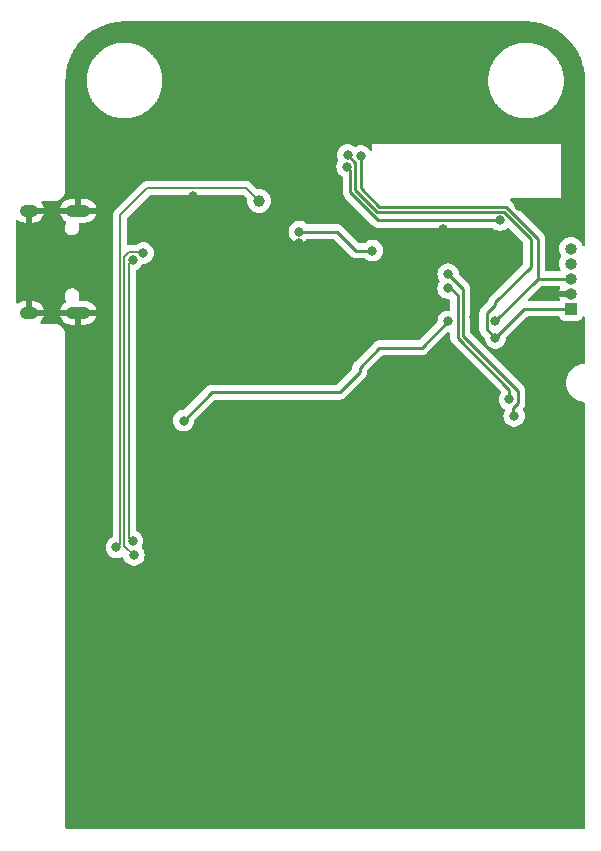
<source format=gbr>
%TF.GenerationSoftware,KiCad,Pcbnew,7.0.6-7.0.6~ubuntu20.04.1*%
%TF.CreationDate,2023-08-02T11:15:27+01:00*%
%TF.ProjectId,concept2creation,636f6e63-6570-4743-9263-72656174696f,rev?*%
%TF.SameCoordinates,Original*%
%TF.FileFunction,Copper,L2,Bot*%
%TF.FilePolarity,Positive*%
%FSLAX46Y46*%
G04 Gerber Fmt 4.6, Leading zero omitted, Abs format (unit mm)*
G04 Created by KiCad (PCBNEW 7.0.6-7.0.6~ubuntu20.04.1) date 2023-08-02 11:15:27*
%MOMM*%
%LPD*%
G01*
G04 APERTURE LIST*
G04 Aperture macros list*
%AMRoundRect*
0 Rectangle with rounded corners*
0 $1 Rounding radius*
0 $2 $3 $4 $5 $6 $7 $8 $9 X,Y pos of 4 corners*
0 Add a 4 corners polygon primitive as box body*
4,1,4,$2,$3,$4,$5,$6,$7,$8,$9,$2,$3,0*
0 Add four circle primitives for the rounded corners*
1,1,$1+$1,$2,$3*
1,1,$1+$1,$4,$5*
1,1,$1+$1,$6,$7*
1,1,$1+$1,$8,$9*
0 Add four rect primitives between the rounded corners*
20,1,$1+$1,$2,$3,$4,$5,0*
20,1,$1+$1,$4,$5,$6,$7,0*
20,1,$1+$1,$6,$7,$8,$9,0*
20,1,$1+$1,$8,$9,$2,$3,0*%
G04 Aperture macros list end*
%TA.AperFunction,ComponentPad*%
%ADD10R,1.000000X1.000000*%
%TD*%
%TA.AperFunction,ComponentPad*%
%ADD11O,1.000000X1.000000*%
%TD*%
%TA.AperFunction,ComponentPad*%
%ADD12RoundRect,0.500000X-0.550000X0.000000X-0.550000X0.000000X0.550000X0.000000X0.550000X0.000000X0*%
%TD*%
%TA.AperFunction,ComponentPad*%
%ADD13RoundRect,0.500000X-0.300000X0.000000X-0.300000X0.000000X0.300000X0.000000X0.300000X0.000000X0*%
%TD*%
%TA.AperFunction,ViaPad*%
%ADD14C,0.800000*%
%TD*%
%TA.AperFunction,ViaPad*%
%ADD15C,1.000000*%
%TD*%
%TA.AperFunction,Conductor*%
%ADD16C,0.200000*%
%TD*%
%TA.AperFunction,Conductor*%
%ADD17C,0.250000*%
%TD*%
G04 APERTURE END LIST*
D10*
%TO.P,J2,1,Pin_1*%
%TO.N,+3.3V*%
X70800000Y-88940000D03*
D11*
%TO.P,J2,2,Pin_2*%
%TO.N,GND*%
X70800000Y-87670000D03*
%TO.P,J2,3,Pin_3*%
%TO.N,/NRF/RST*%
X70800000Y-86400000D03*
%TO.P,J2,4,Pin_4*%
%TO.N,/NRF/SCK*%
X70800000Y-85130000D03*
%TO.P,J2,5,Pin_5*%
%TO.N,/NRF/SWD*%
X70800000Y-83860000D03*
%TD*%
D12*
%TO.P,J1,SHLD1,SHLD*%
%TO.N,GND*%
X29085000Y-80630000D03*
D13*
X24905000Y-80630000D03*
D12*
X29085000Y-89270000D03*
D13*
X24905000Y-89270000D03*
%TD*%
D14*
%TO.N,VBUS*%
X32314130Y-109137414D03*
D15*
X44400000Y-79800000D03*
D14*
%TO.N,GND*%
X46600000Y-88600000D03*
X34400000Y-89400000D03*
X45000000Y-73400000D03*
X59600000Y-92400000D03*
X66400000Y-80200000D03*
X38800000Y-79400000D03*
X48400000Y-94600000D03*
X60000000Y-82200000D03*
X53400000Y-82400000D03*
X66600000Y-92800000D03*
X62600000Y-89600000D03*
X41400000Y-89400000D03*
X62600000Y-86400000D03*
X47800000Y-83400000D03*
X39800000Y-83800000D03*
X34800000Y-90800000D03*
X43600000Y-87200000D03*
X36800000Y-90800000D03*
%TO.N,D+*%
X33689500Y-84800000D03*
X33689500Y-108600000D03*
%TO.N,D-*%
X34600000Y-84200000D03*
X33800000Y-109800000D03*
%TO.N,+3.3V*%
X51894772Y-75905228D03*
X64400000Y-91400000D03*
%TO.N,/NRF/RST*%
X64400000Y-90000000D03*
X53000000Y-76000000D03*
%TO.N,/TX*%
X65994772Y-98005228D03*
X60400000Y-86000000D03*
%TO.N,/RX*%
X65600000Y-96600000D03*
X60400000Y-87200000D03*
%TO.N,/WS2812*%
X64800000Y-81439500D03*
X51842784Y-76893364D03*
%TO.N,/NRF/BVOLT*%
X47800000Y-82400000D03*
X54000000Y-84000000D03*
%TO.N,/5VEN*%
X60400000Y-90000000D03*
X38000000Y-98400000D03*
%TD*%
D16*
%TO.N,VBUS*%
X43300000Y-78700000D02*
X44400000Y-79800000D01*
X32314130Y-109137414D02*
X32600000Y-108851544D01*
X34934314Y-78700000D02*
X43300000Y-78700000D01*
X32600000Y-108851544D02*
X32600000Y-81034314D01*
X32600000Y-81034314D02*
X34934314Y-78700000D01*
%TO.N,D+*%
X33689500Y-84800000D02*
X33400000Y-85089500D01*
X33400000Y-108310500D02*
X33689500Y-108600000D01*
X33400000Y-85089500D02*
X33400000Y-108310500D01*
%TO.N,D-*%
X34600000Y-84200000D02*
X34510000Y-84110000D01*
X34510000Y-84110000D02*
X33403692Y-84110000D01*
X33000000Y-84513692D02*
X33000000Y-109000000D01*
X33403692Y-84110000D02*
X33000000Y-84513692D01*
X33000000Y-109000000D02*
X33800000Y-109800000D01*
D17*
%TO.N,+3.3V*%
X67400000Y-83022254D02*
X67400000Y-85400000D01*
X51894772Y-75905228D02*
X52560000Y-76570456D01*
X65102746Y-80725000D02*
X67400000Y-83022254D01*
X66860000Y-88940000D02*
X70800000Y-88940000D01*
X64400000Y-88400000D02*
X64400000Y-88600000D01*
X52560000Y-78886332D02*
X54398668Y-80725000D01*
X64400000Y-88600000D02*
X63685000Y-89315000D01*
X54398668Y-80725000D02*
X65102746Y-80725000D01*
X52560000Y-76570456D02*
X52560000Y-78886332D01*
X63685000Y-90685000D02*
X64400000Y-91400000D01*
X67400000Y-85400000D02*
X64400000Y-88400000D01*
X64400000Y-91400000D02*
X66860000Y-88940000D01*
X63685000Y-89315000D02*
X63685000Y-90685000D01*
%TO.N,/NRF/RST*%
X65285000Y-80285000D02*
X68000000Y-83000000D01*
X68000000Y-83000000D02*
X68000000Y-86400000D01*
X53000000Y-78704078D02*
X54580922Y-80285000D01*
X53000000Y-76000000D02*
X53000000Y-78704078D01*
X68000000Y-86400000D02*
X70800000Y-86400000D01*
X64400000Y-90000000D02*
X68000000Y-86400000D01*
X54580922Y-80285000D02*
X65285000Y-80285000D01*
%TO.N,/TX*%
X61640000Y-87240000D02*
X61640000Y-91217746D01*
X66315000Y-96896163D02*
X65896163Y-97315000D01*
X61640000Y-91217746D02*
X66315000Y-95892746D01*
X65896163Y-97906619D02*
X65994772Y-98005228D01*
X60400000Y-86000000D02*
X61640000Y-87240000D01*
X65896163Y-97315000D02*
X65896163Y-97906619D01*
X66315000Y-95892746D02*
X66315000Y-96896163D01*
%TO.N,/RX*%
X65600000Y-95800000D02*
X65600000Y-96600000D01*
X60605582Y-87200000D02*
X61200000Y-87794418D01*
X60400000Y-87200000D02*
X60605582Y-87200000D01*
X61200000Y-87794418D02*
X61200000Y-91400000D01*
X61200000Y-91400000D02*
X65600000Y-95800000D01*
%TO.N,/WS2812*%
X52120000Y-77170580D02*
X52120000Y-79068586D01*
X51842784Y-76893364D02*
X52120000Y-77170580D01*
X52120000Y-79068586D02*
X54490914Y-81439500D01*
X54490914Y-81439500D02*
X64800000Y-81439500D01*
%TO.N,/NRF/BVOLT*%
X51000000Y-82400000D02*
X47800000Y-82400000D01*
X54000000Y-84000000D02*
X52600000Y-84000000D01*
X52600000Y-84000000D02*
X51000000Y-82400000D01*
%TO.N,/5VEN*%
X38000000Y-98400000D02*
X40400000Y-96000000D01*
X54582254Y-92240000D02*
X58160000Y-92240000D01*
X52915000Y-93907254D02*
X54582254Y-92240000D01*
X52915000Y-94296163D02*
X52915000Y-93907254D01*
X58160000Y-92240000D02*
X60400000Y-90000000D01*
X40400000Y-96000000D02*
X51211163Y-96000000D01*
X51211163Y-96000000D02*
X52915000Y-94296163D01*
%TD*%
%TA.AperFunction,Conductor*%
%TO.N,GND*%
G36*
X67217318Y-64609488D02*
G01*
X67415934Y-64618160D01*
X67420865Y-64618574D01*
X67636792Y-64645489D01*
X67832940Y-64671313D01*
X67837265Y-64671883D01*
X67841894Y-64672671D01*
X68054183Y-64717183D01*
X68252534Y-64761157D01*
X68256778Y-64762257D01*
X68464544Y-64824112D01*
X68658658Y-64885317D01*
X68662530Y-64886680D01*
X68864457Y-64965472D01*
X69052817Y-65043494D01*
X69056252Y-65045045D01*
X69131343Y-65081755D01*
X69250992Y-65140249D01*
X69388629Y-65211897D01*
X69432009Y-65234479D01*
X69435107Y-65236207D01*
X69621382Y-65347202D01*
X69793662Y-65456957D01*
X69796377Y-65458789D01*
X69972918Y-65584837D01*
X70135098Y-65709282D01*
X70137426Y-65711159D01*
X70303055Y-65851439D01*
X70454895Y-65990574D01*
X70609424Y-66145103D01*
X70748555Y-66296938D01*
X70763008Y-66314003D01*
X70888839Y-66462572D01*
X70890716Y-66464900D01*
X71015162Y-66627081D01*
X71141209Y-66803621D01*
X71143040Y-66806335D01*
X71252797Y-66978617D01*
X71363791Y-67164891D01*
X71365525Y-67168000D01*
X71459750Y-67349007D01*
X71516954Y-67466016D01*
X71554953Y-67543744D01*
X71556524Y-67547229D01*
X71634536Y-67735566D01*
X71713309Y-67937445D01*
X71714681Y-67941340D01*
X71775899Y-68135496D01*
X71837735Y-68343200D01*
X71838843Y-68347472D01*
X71882818Y-68545826D01*
X71927326Y-68758101D01*
X71928115Y-68762733D01*
X71954524Y-68963319D01*
X71981422Y-69179114D01*
X71981839Y-69184080D01*
X71990513Y-69382728D01*
X71999500Y-69600000D01*
X71999500Y-83531664D01*
X71979815Y-83598703D01*
X71927011Y-83644458D01*
X71857853Y-83654402D01*
X71794297Y-83625377D01*
X71756840Y-83567660D01*
X71728813Y-83475271D01*
X71635913Y-83301467D01*
X71635909Y-83301460D01*
X71510883Y-83149116D01*
X71358539Y-83024090D01*
X71358532Y-83024086D01*
X71184733Y-82931188D01*
X71184727Y-82931186D01*
X70996132Y-82873976D01*
X70996129Y-82873975D01*
X70800000Y-82854659D01*
X70603870Y-82873975D01*
X70415266Y-82931188D01*
X70241467Y-83024086D01*
X70241460Y-83024090D01*
X70089116Y-83149116D01*
X69964090Y-83301460D01*
X69964086Y-83301467D01*
X69871188Y-83475266D01*
X69813975Y-83663870D01*
X69794659Y-83860000D01*
X69813975Y-84056129D01*
X69871188Y-84244733D01*
X69964086Y-84418532D01*
X69967473Y-84423601D01*
X69965836Y-84424694D01*
X69989596Y-84480663D01*
X69977795Y-84549529D01*
X69967109Y-84566156D01*
X69967473Y-84566399D01*
X69964086Y-84571467D01*
X69871188Y-84745266D01*
X69813975Y-84933870D01*
X69794659Y-85130000D01*
X69813975Y-85326129D01*
X69813976Y-85326132D01*
X69858494Y-85472888D01*
X69871188Y-85514732D01*
X69912514Y-85592047D01*
X69926756Y-85660449D01*
X69901756Y-85725693D01*
X69845451Y-85767064D01*
X69803156Y-85774500D01*
X68749500Y-85774500D01*
X68682461Y-85754815D01*
X68636706Y-85702011D01*
X68625500Y-85650500D01*
X68625500Y-83082742D01*
X68627224Y-83067122D01*
X68626939Y-83067096D01*
X68627671Y-83059340D01*
X68627673Y-83059333D01*
X68625500Y-82990185D01*
X68625500Y-82960650D01*
X68624631Y-82953772D01*
X68624172Y-82947943D01*
X68622709Y-82901372D01*
X68617122Y-82882144D01*
X68613174Y-82863084D01*
X68610663Y-82843204D01*
X68593512Y-82799887D01*
X68591619Y-82794358D01*
X68578618Y-82749609D01*
X68578616Y-82749606D01*
X68568423Y-82732371D01*
X68559861Y-82714894D01*
X68552487Y-82696270D01*
X68552486Y-82696268D01*
X68525079Y-82658545D01*
X68521888Y-82653686D01*
X68517459Y-82646197D01*
X68498170Y-82613580D01*
X68498168Y-82613578D01*
X68498165Y-82613574D01*
X68484006Y-82599415D01*
X68471368Y-82584619D01*
X68460792Y-82570062D01*
X68459594Y-82568413D01*
X68423688Y-82538709D01*
X68419376Y-82534786D01*
X65785803Y-79901212D01*
X65775980Y-79888950D01*
X65775759Y-79889134D01*
X65770786Y-79883123D01*
X65756423Y-79869635D01*
X65720364Y-79835773D01*
X65709919Y-79825328D01*
X65699475Y-79814883D01*
X65693986Y-79810625D01*
X65689550Y-79806836D01*
X65676721Y-79794789D01*
X65641329Y-79734548D01*
X65644123Y-79664735D01*
X65684218Y-79607514D01*
X65748884Y-79581055D01*
X65761608Y-79580400D01*
X69928099Y-79580400D01*
X69941727Y-79566771D01*
X69947784Y-79546146D01*
X69998993Y-79501772D01*
X70000381Y-79500383D01*
X70000383Y-79500383D01*
X70000500Y-79500099D01*
X70000541Y-79500000D01*
X70000540Y-79499997D01*
X70000583Y-79475889D01*
X70000500Y-79475467D01*
X70000500Y-75024759D01*
X70000528Y-75024616D01*
X70000524Y-75024616D01*
X70000539Y-75000002D01*
X70000541Y-75000000D01*
X70000462Y-74999808D01*
X70000384Y-74999618D01*
X70000382Y-74999616D01*
X70000099Y-74999500D01*
X70000000Y-74999459D01*
X69975446Y-74999459D01*
X69975240Y-74999500D01*
X54024760Y-74999500D01*
X54024554Y-74999459D01*
X54000000Y-74999459D01*
X53999901Y-74999500D01*
X53999617Y-74999616D01*
X53999615Y-74999618D01*
X53999459Y-74999999D01*
X53999476Y-75024616D01*
X53999471Y-75024616D01*
X53999499Y-75024759D01*
X53999499Y-75467410D01*
X53979814Y-75534449D01*
X53927010Y-75580204D01*
X53857852Y-75590148D01*
X53794296Y-75561123D01*
X53768114Y-75529413D01*
X53732533Y-75467784D01*
X53605871Y-75327112D01*
X53605870Y-75327111D01*
X53452734Y-75215851D01*
X53452729Y-75215848D01*
X53279807Y-75138857D01*
X53279802Y-75138855D01*
X53134001Y-75107865D01*
X53094646Y-75099500D01*
X52905354Y-75099500D01*
X52872897Y-75106398D01*
X52720197Y-75138855D01*
X52569687Y-75205867D01*
X52500437Y-75215151D01*
X52446367Y-75192906D01*
X52371974Y-75138857D01*
X52347502Y-75121077D01*
X52347500Y-75121076D01*
X52347501Y-75121076D01*
X52174579Y-75044085D01*
X52174574Y-75044083D01*
X52028772Y-75013093D01*
X51989418Y-75004728D01*
X51800126Y-75004728D01*
X51767669Y-75011626D01*
X51614969Y-75044083D01*
X51614964Y-75044085D01*
X51442042Y-75121076D01*
X51442037Y-75121079D01*
X51288901Y-75232339D01*
X51162238Y-75373013D01*
X51067593Y-75536943D01*
X51067590Y-75536950D01*
X51009099Y-75716968D01*
X51009098Y-75716972D01*
X50989312Y-75905228D01*
X51009098Y-76093484D01*
X51009099Y-76093487D01*
X51067590Y-76273505D01*
X51067592Y-76273510D01*
X51067593Y-76273512D01*
X51078424Y-76292272D01*
X51094898Y-76360170D01*
X51078425Y-76416272D01*
X51015605Y-76525079D01*
X51015602Y-76525086D01*
X50959196Y-76698687D01*
X50957110Y-76705108D01*
X50937324Y-76893364D01*
X50957110Y-77081620D01*
X50957111Y-77081623D01*
X51015602Y-77261641D01*
X51015605Y-77261648D01*
X51110251Y-77425580D01*
X51236912Y-77566251D01*
X51236913Y-77566252D01*
X51390052Y-77677514D01*
X51390056Y-77677516D01*
X51420934Y-77691264D01*
X51474172Y-77736514D01*
X51494494Y-77803362D01*
X51494500Y-77804544D01*
X51494500Y-78985841D01*
X51492775Y-79001458D01*
X51493061Y-79001485D01*
X51492326Y-79009251D01*
X51494500Y-79078400D01*
X51494500Y-79107929D01*
X51494501Y-79107946D01*
X51495368Y-79114817D01*
X51495826Y-79120636D01*
X51497290Y-79167210D01*
X51497291Y-79167213D01*
X51502880Y-79186453D01*
X51506824Y-79205497D01*
X51509218Y-79224444D01*
X51509336Y-79225377D01*
X51526490Y-79268705D01*
X51528382Y-79274233D01*
X51541381Y-79318974D01*
X51551580Y-79336220D01*
X51560138Y-79353689D01*
X51567514Y-79372318D01*
X51594898Y-79410009D01*
X51598106Y-79414893D01*
X51621827Y-79455002D01*
X51621833Y-79455010D01*
X51635990Y-79469166D01*
X51648628Y-79483962D01*
X51660405Y-79500172D01*
X51660406Y-79500173D01*
X51696309Y-79529874D01*
X51700620Y-79533796D01*
X52883932Y-80717108D01*
X53990108Y-81823284D01*
X53999933Y-81835548D01*
X54000154Y-81835366D01*
X54005124Y-81841373D01*
X54005127Y-81841376D01*
X54005128Y-81841377D01*
X54055565Y-81888741D01*
X54076444Y-81909620D01*
X54081918Y-81913866D01*
X54086356Y-81917656D01*
X54120332Y-81949562D01*
X54120336Y-81949564D01*
X54137887Y-81959213D01*
X54154145Y-81969892D01*
X54169978Y-81982174D01*
X54191929Y-81991672D01*
X54212751Y-82000683D01*
X54217995Y-82003252D01*
X54258822Y-82025697D01*
X54278226Y-82030679D01*
X54296624Y-82036978D01*
X54315019Y-82044938D01*
X54361043Y-82052226D01*
X54366746Y-82053407D01*
X54411895Y-82065000D01*
X54431930Y-82065000D01*
X54451327Y-82066526D01*
X54471110Y-82069660D01*
X54517497Y-82065275D01*
X54523336Y-82065000D01*
X64096252Y-82065000D01*
X64163291Y-82084685D01*
X64188400Y-82106026D01*
X64194126Y-82112385D01*
X64194130Y-82112389D01*
X64347265Y-82223648D01*
X64347270Y-82223651D01*
X64520192Y-82300642D01*
X64520197Y-82300644D01*
X64705354Y-82340000D01*
X64705355Y-82340000D01*
X64894644Y-82340000D01*
X64894646Y-82340000D01*
X65079803Y-82300644D01*
X65252730Y-82223651D01*
X65405871Y-82112388D01*
X65413038Y-82104427D01*
X65472517Y-82067778D01*
X65542374Y-82069103D01*
X65592871Y-82099715D01*
X66738180Y-83245025D01*
X66771665Y-83306348D01*
X66774499Y-83332706D01*
X66774500Y-85089546D01*
X66754815Y-85156585D01*
X66738181Y-85177227D01*
X64016208Y-87899199D01*
X64003951Y-87909020D01*
X64004134Y-87909241D01*
X63998123Y-87914213D01*
X63950772Y-87964636D01*
X63929889Y-87985519D01*
X63929877Y-87985532D01*
X63925621Y-87991017D01*
X63921837Y-87995447D01*
X63889937Y-88029418D01*
X63889936Y-88029420D01*
X63880284Y-88046976D01*
X63869610Y-88063226D01*
X63857329Y-88079061D01*
X63857324Y-88079068D01*
X63838815Y-88121838D01*
X63836245Y-88127084D01*
X63813803Y-88167906D01*
X63808822Y-88187307D01*
X63802521Y-88205710D01*
X63794562Y-88224102D01*
X63794561Y-88224105D01*
X63787271Y-88270127D01*
X63786086Y-88275847D01*
X63776051Y-88314935D01*
X63743627Y-88371781D01*
X63301208Y-88814199D01*
X63288951Y-88824020D01*
X63289134Y-88824241D01*
X63283123Y-88829213D01*
X63235772Y-88879636D01*
X63214889Y-88900519D01*
X63214877Y-88900532D01*
X63210621Y-88906017D01*
X63206837Y-88910447D01*
X63174937Y-88944418D01*
X63174936Y-88944420D01*
X63165284Y-88961976D01*
X63154610Y-88978226D01*
X63142329Y-88994061D01*
X63142324Y-88994068D01*
X63123815Y-89036838D01*
X63121245Y-89042084D01*
X63098803Y-89082906D01*
X63093822Y-89102307D01*
X63087521Y-89120710D01*
X63079562Y-89139102D01*
X63079561Y-89139105D01*
X63072271Y-89185127D01*
X63071087Y-89190846D01*
X63059501Y-89235972D01*
X63059500Y-89235982D01*
X63059500Y-89256016D01*
X63057973Y-89275415D01*
X63054840Y-89295194D01*
X63054840Y-89295195D01*
X63059225Y-89341583D01*
X63059500Y-89347421D01*
X63059499Y-90602255D01*
X63057776Y-90617872D01*
X63058061Y-90617899D01*
X63057326Y-90625665D01*
X63059500Y-90694814D01*
X63059500Y-90724343D01*
X63059501Y-90724360D01*
X63060368Y-90731231D01*
X63060826Y-90737050D01*
X63062290Y-90783624D01*
X63062291Y-90783627D01*
X63067880Y-90802867D01*
X63071824Y-90821911D01*
X63073370Y-90834143D01*
X63074336Y-90841791D01*
X63091490Y-90885119D01*
X63093382Y-90890647D01*
X63106381Y-90935388D01*
X63116580Y-90952634D01*
X63125136Y-90970100D01*
X63132514Y-90988732D01*
X63159898Y-91026423D01*
X63163106Y-91031307D01*
X63186827Y-91071416D01*
X63186833Y-91071424D01*
X63200990Y-91085580D01*
X63213628Y-91100376D01*
X63225405Y-91116586D01*
X63225406Y-91116587D01*
X63261309Y-91146288D01*
X63265620Y-91150210D01*
X63366930Y-91251520D01*
X63461038Y-91345628D01*
X63494523Y-91406951D01*
X63496678Y-91420347D01*
X63504139Y-91491338D01*
X63514326Y-91588256D01*
X63514327Y-91588259D01*
X63572818Y-91768277D01*
X63572821Y-91768284D01*
X63667467Y-91932216D01*
X63794128Y-92072887D01*
X63794129Y-92072888D01*
X63947265Y-92184148D01*
X63947270Y-92184151D01*
X64120192Y-92261142D01*
X64120197Y-92261144D01*
X64305354Y-92300500D01*
X64305355Y-92300500D01*
X64494644Y-92300500D01*
X64494646Y-92300500D01*
X64679803Y-92261144D01*
X64852730Y-92184151D01*
X65005871Y-92072888D01*
X65132533Y-91932216D01*
X65227179Y-91768284D01*
X65285674Y-91588256D01*
X65303321Y-91420344D01*
X65329904Y-91355734D01*
X65338951Y-91345638D01*
X67082771Y-89601819D01*
X67144095Y-89568334D01*
X67170453Y-89565500D01*
X69726533Y-89565500D01*
X69793572Y-89585185D01*
X69839327Y-89637989D01*
X69842715Y-89646166D01*
X69856203Y-89682330D01*
X69856206Y-89682335D01*
X69942452Y-89797544D01*
X69942455Y-89797547D01*
X70057664Y-89883793D01*
X70057671Y-89883797D01*
X70192517Y-89934091D01*
X70192516Y-89934091D01*
X70199444Y-89934835D01*
X70252127Y-89940500D01*
X71347872Y-89940499D01*
X71407483Y-89934091D01*
X71542331Y-89883796D01*
X71657546Y-89797546D01*
X71743796Y-89682331D01*
X71759317Y-89640715D01*
X71801189Y-89584781D01*
X71866653Y-89560364D01*
X71934926Y-89575215D01*
X71984332Y-89624620D01*
X71999500Y-89684048D01*
X71999500Y-93475500D01*
X71979815Y-93542539D01*
X71927011Y-93588294D01*
X71884558Y-93597529D01*
X71884680Y-93599154D01*
X71880051Y-93599500D01*
X71642861Y-93635250D01*
X71642855Y-93635252D01*
X71497075Y-93680220D01*
X71493273Y-93681262D01*
X71426122Y-93697383D01*
X71417285Y-93702854D01*
X71417812Y-93703947D01*
X71413637Y-93705957D01*
X71413632Y-93705959D01*
X71322166Y-93750006D01*
X71279432Y-93770586D01*
X71279263Y-93770613D01*
X71278418Y-93771074D01*
X71272240Y-93774049D01*
X71260309Y-93779795D01*
X71257135Y-93781215D01*
X71205158Y-93802745D01*
X71196347Y-93810830D01*
X71069366Y-93897404D01*
X71068602Y-93897650D01*
X71065291Y-93900182D01*
X71039459Y-93917794D01*
X71036928Y-93919431D01*
X71000653Y-93941660D01*
X70993523Y-93950535D01*
X70881042Y-94054903D01*
X70879789Y-94055527D01*
X70875074Y-94060441D01*
X70838721Y-94094171D01*
X70819908Y-94110239D01*
X70814502Y-94119564D01*
X70718945Y-94239389D01*
X70717148Y-94240649D01*
X70716529Y-94241661D01*
X70712137Y-94247926D01*
X70673884Y-94295894D01*
X70673231Y-94296852D01*
X70669160Y-94302176D01*
X70667171Y-94304504D01*
X70663471Y-94313935D01*
X70586905Y-94446551D01*
X70584746Y-94448609D01*
X70583838Y-94450802D01*
X70580249Y-94458081D01*
X70553955Y-94503623D01*
X70551943Y-94507802D01*
X70551812Y-94507739D01*
X70546282Y-94518847D01*
X70543973Y-94529055D01*
X70488056Y-94671529D01*
X70485776Y-94674468D01*
X70485006Y-94677678D01*
X70482431Y-94685862D01*
X70466317Y-94726921D01*
X70466312Y-94726938D01*
X70464775Y-94733671D01*
X70459477Y-94750288D01*
X70458798Y-94759858D01*
X70424750Y-94909032D01*
X70422545Y-94912972D01*
X70419909Y-94930243D01*
X70412937Y-94960787D01*
X70411823Y-94975652D01*
X70409230Y-94992219D01*
X70409931Y-95000902D01*
X70398498Y-95153469D01*
X70396698Y-95158244D01*
X70396733Y-95177029D01*
X70395012Y-95199995D01*
X70395012Y-95199997D01*
X70396733Y-95222974D01*
X70396702Y-95238931D01*
X70398498Y-95246529D01*
X70409931Y-95399095D01*
X70408740Y-95404657D01*
X70408744Y-95404671D01*
X70411823Y-95424346D01*
X70412937Y-95439211D01*
X70419909Y-95469757D01*
X70422171Y-95484577D01*
X70424750Y-95490966D01*
X70458798Y-95640138D01*
X70458414Y-95646398D01*
X70458448Y-95646480D01*
X70464775Y-95666329D01*
X70466312Y-95673061D01*
X70466319Y-95673084D01*
X70482432Y-95714138D01*
X70485008Y-95722325D01*
X70485411Y-95724006D01*
X70488056Y-95728469D01*
X70543973Y-95870943D01*
X70544574Y-95877731D01*
X70544603Y-95877778D01*
X70551812Y-95892260D01*
X70551943Y-95892198D01*
X70553955Y-95896376D01*
X70580250Y-95941921D01*
X70583839Y-95949199D01*
X70584263Y-95950223D01*
X70586904Y-95953446D01*
X70613638Y-95999750D01*
X70663470Y-96086062D01*
X70665197Y-96093182D01*
X70669165Y-96097828D01*
X70673255Y-96103178D01*
X70673890Y-96104110D01*
X70673897Y-96104122D01*
X70673905Y-96104132D01*
X70712140Y-96152077D01*
X70716534Y-96158344D01*
X70716664Y-96158557D01*
X70718945Y-96160610D01*
X70814501Y-96280433D01*
X70817451Y-96287660D01*
X70838695Y-96305804D01*
X70875083Y-96339568D01*
X70879271Y-96343932D01*
X70881039Y-96345094D01*
X70993520Y-96449461D01*
X70997747Y-96456558D01*
X71036921Y-96480564D01*
X71039434Y-96482188D01*
X71065305Y-96499827D01*
X71068269Y-96502093D01*
X71069363Y-96502594D01*
X71196345Y-96589168D01*
X71201852Y-96595884D01*
X71257129Y-96618781D01*
X71260288Y-96620194D01*
X71278437Y-96628934D01*
X71279189Y-96629344D01*
X71279432Y-96629414D01*
X71417812Y-96696054D01*
X71416845Y-96698060D01*
X71421206Y-96701435D01*
X71493255Y-96718732D01*
X71497038Y-96719768D01*
X71642857Y-96764748D01*
X71642858Y-96764748D01*
X71642861Y-96764749D01*
X71880051Y-96800499D01*
X71880053Y-96800499D01*
X71880059Y-96800500D01*
X71880064Y-96800500D01*
X71884680Y-96800846D01*
X71884507Y-96803145D01*
X71942539Y-96820185D01*
X71988294Y-96872989D01*
X71999500Y-96924500D01*
X71999500Y-132875500D01*
X71979815Y-132942539D01*
X71927011Y-132988294D01*
X71875500Y-132999500D01*
X57112464Y-132999500D01*
X57109442Y-132999764D01*
X57104040Y-133000000D01*
X42895960Y-133000000D01*
X42890558Y-132999764D01*
X42887536Y-132999500D01*
X42887532Y-132999500D01*
X42800099Y-132999500D01*
X28124500Y-132999500D01*
X28057461Y-132979815D01*
X28011706Y-132927011D01*
X28000500Y-132875500D01*
X28000500Y-109137414D01*
X31408670Y-109137414D01*
X31428456Y-109325670D01*
X31428457Y-109325673D01*
X31486948Y-109505691D01*
X31486951Y-109505698D01*
X31581597Y-109669630D01*
X31698983Y-109800000D01*
X31708259Y-109810302D01*
X31861395Y-109921562D01*
X31861400Y-109921565D01*
X32034322Y-109998556D01*
X32034327Y-109998558D01*
X32219484Y-110037914D01*
X32219485Y-110037914D01*
X32408774Y-110037914D01*
X32408776Y-110037914D01*
X32593933Y-109998558D01*
X32750950Y-109928648D01*
X32820197Y-109919363D01*
X32883474Y-109948991D01*
X32919315Y-110003610D01*
X32972818Y-110168278D01*
X32972821Y-110168284D01*
X33067467Y-110332216D01*
X33194129Y-110472888D01*
X33347265Y-110584148D01*
X33347270Y-110584151D01*
X33520192Y-110661142D01*
X33520197Y-110661144D01*
X33705354Y-110700500D01*
X33705355Y-110700500D01*
X33894644Y-110700500D01*
X33894646Y-110700500D01*
X34079803Y-110661144D01*
X34252730Y-110584151D01*
X34405871Y-110472888D01*
X34532533Y-110332216D01*
X34627179Y-110168284D01*
X34685674Y-109988256D01*
X34705460Y-109800000D01*
X34685674Y-109611744D01*
X34627179Y-109431716D01*
X34532533Y-109267784D01*
X34477794Y-109206991D01*
X34447566Y-109144002D01*
X34456191Y-109074667D01*
X34462552Y-109062034D01*
X34516679Y-108968284D01*
X34575174Y-108788256D01*
X34594960Y-108600000D01*
X34575174Y-108411744D01*
X34516679Y-108231716D01*
X34422033Y-108067784D01*
X34295371Y-107927112D01*
X34295370Y-107927111D01*
X34142232Y-107815849D01*
X34074063Y-107785498D01*
X34020827Y-107740247D01*
X34000506Y-107673398D01*
X34000500Y-107672219D01*
X34000500Y-98400000D01*
X37094540Y-98400000D01*
X37114326Y-98588256D01*
X37114327Y-98588259D01*
X37172818Y-98768277D01*
X37172821Y-98768284D01*
X37267467Y-98932216D01*
X37394128Y-99072887D01*
X37394129Y-99072888D01*
X37547265Y-99184148D01*
X37547270Y-99184151D01*
X37720192Y-99261142D01*
X37720197Y-99261144D01*
X37905354Y-99300500D01*
X37905355Y-99300500D01*
X38094644Y-99300500D01*
X38094646Y-99300500D01*
X38279803Y-99261144D01*
X38452730Y-99184151D01*
X38605871Y-99072888D01*
X38732533Y-98932216D01*
X38827179Y-98768284D01*
X38885674Y-98588256D01*
X38903321Y-98420345D01*
X38929905Y-98355732D01*
X38938952Y-98345636D01*
X40622770Y-96661819D01*
X40684094Y-96628334D01*
X40710452Y-96625500D01*
X51128420Y-96625500D01*
X51144040Y-96627224D01*
X51144067Y-96626939D01*
X51151823Y-96627671D01*
X51151830Y-96627673D01*
X51220977Y-96625500D01*
X51250513Y-96625500D01*
X51257391Y-96624630D01*
X51263204Y-96624172D01*
X51309790Y-96622709D01*
X51329032Y-96617117D01*
X51348075Y-96613174D01*
X51367955Y-96610664D01*
X51411285Y-96593507D01*
X51416809Y-96591617D01*
X51425245Y-96589166D01*
X51461553Y-96578618D01*
X51478792Y-96568422D01*
X51496266Y-96559862D01*
X51514890Y-96552488D01*
X51514890Y-96552487D01*
X51514895Y-96552486D01*
X51552612Y-96525082D01*
X51557468Y-96521892D01*
X51597583Y-96498170D01*
X51611752Y-96483999D01*
X51626542Y-96471368D01*
X51642750Y-96459594D01*
X51672462Y-96423676D01*
X51676375Y-96419376D01*
X53298787Y-94796964D01*
X53311042Y-94787149D01*
X53310859Y-94786927D01*
X53316866Y-94781955D01*
X53316877Y-94781949D01*
X53347775Y-94749045D01*
X53364227Y-94731527D01*
X53374671Y-94721081D01*
X53385120Y-94710634D01*
X53389379Y-94705141D01*
X53393152Y-94700724D01*
X53425062Y-94666745D01*
X53434713Y-94649187D01*
X53445396Y-94632924D01*
X53457673Y-94617099D01*
X53476185Y-94574316D01*
X53478738Y-94569104D01*
X53501197Y-94528255D01*
X53506180Y-94508843D01*
X53512481Y-94490443D01*
X53520437Y-94472059D01*
X53527729Y-94426015D01*
X53528906Y-94420334D01*
X53540500Y-94375182D01*
X53540500Y-94355146D01*
X53542027Y-94335745D01*
X53545160Y-94315967D01*
X53540775Y-94269578D01*
X53540500Y-94263740D01*
X53540500Y-94217706D01*
X53560185Y-94150667D01*
X53576819Y-94130025D01*
X54805026Y-92901819D01*
X54866349Y-92868334D01*
X54892707Y-92865500D01*
X58077257Y-92865500D01*
X58092877Y-92867224D01*
X58092904Y-92866939D01*
X58100660Y-92867671D01*
X58100667Y-92867673D01*
X58169814Y-92865500D01*
X58199350Y-92865500D01*
X58206228Y-92864630D01*
X58212041Y-92864172D01*
X58258627Y-92862709D01*
X58277869Y-92857117D01*
X58296912Y-92853174D01*
X58316792Y-92850664D01*
X58360122Y-92833507D01*
X58365646Y-92831617D01*
X58369396Y-92830527D01*
X58410390Y-92818618D01*
X58427629Y-92808422D01*
X58445103Y-92799862D01*
X58463727Y-92792488D01*
X58463727Y-92792487D01*
X58463732Y-92792486D01*
X58501449Y-92765082D01*
X58506305Y-92761892D01*
X58546420Y-92738170D01*
X58560589Y-92723999D01*
X58575379Y-92711368D01*
X58591587Y-92699594D01*
X58621299Y-92663676D01*
X58625212Y-92659376D01*
X60347771Y-90936819D01*
X60409095Y-90903334D01*
X60435453Y-90900500D01*
X60450500Y-90900500D01*
X60517539Y-90920185D01*
X60563294Y-90972989D01*
X60574500Y-91024500D01*
X60574500Y-91317255D01*
X60572775Y-91332872D01*
X60573061Y-91332899D01*
X60572326Y-91340665D01*
X60574500Y-91409814D01*
X60574500Y-91439343D01*
X60574501Y-91439360D01*
X60575368Y-91446231D01*
X60575826Y-91452050D01*
X60577290Y-91498624D01*
X60577291Y-91498627D01*
X60582880Y-91517867D01*
X60586824Y-91536911D01*
X60589336Y-91556792D01*
X60606490Y-91600119D01*
X60608382Y-91605647D01*
X60620561Y-91647566D01*
X60621382Y-91650390D01*
X60627882Y-91661382D01*
X60631580Y-91667634D01*
X60640136Y-91685100D01*
X60647514Y-91703732D01*
X60674898Y-91741423D01*
X60678106Y-91746307D01*
X60701827Y-91786416D01*
X60701833Y-91786424D01*
X60715990Y-91800580D01*
X60728628Y-91815376D01*
X60740405Y-91831586D01*
X60740406Y-91831587D01*
X60776309Y-91861288D01*
X60780620Y-91865210D01*
X62812814Y-93897404D01*
X64842545Y-95927135D01*
X64876030Y-95988458D01*
X64871046Y-96058150D01*
X64862252Y-96076815D01*
X64772820Y-96231718D01*
X64772818Y-96231722D01*
X64735981Y-96345096D01*
X64714326Y-96411744D01*
X64694540Y-96600000D01*
X64714326Y-96788256D01*
X64714327Y-96788259D01*
X64772818Y-96968277D01*
X64772821Y-96968284D01*
X64867467Y-97132216D01*
X64958140Y-97232918D01*
X64994129Y-97272888D01*
X65147265Y-97384148D01*
X65147266Y-97384149D01*
X65147269Y-97384150D01*
X65147270Y-97384151D01*
X65153730Y-97387027D01*
X65206968Y-97432275D01*
X65227291Y-97499123D01*
X65210684Y-97562306D01*
X65167597Y-97636938D01*
X65167592Y-97636946D01*
X65167590Y-97636950D01*
X65138295Y-97727112D01*
X65109098Y-97816972D01*
X65089312Y-98005228D01*
X65109098Y-98193484D01*
X65109099Y-98193487D01*
X65167590Y-98373505D01*
X65167593Y-98373512D01*
X65262239Y-98537444D01*
X65388901Y-98678116D01*
X65542037Y-98789376D01*
X65542042Y-98789379D01*
X65714964Y-98866370D01*
X65714969Y-98866372D01*
X65900126Y-98905728D01*
X65900127Y-98905728D01*
X66089416Y-98905728D01*
X66089418Y-98905728D01*
X66274575Y-98866372D01*
X66447502Y-98789379D01*
X66600643Y-98678116D01*
X66727305Y-98537444D01*
X66821951Y-98373512D01*
X66880446Y-98193484D01*
X66900232Y-98005228D01*
X66880446Y-97816972D01*
X66821951Y-97636944D01*
X66821948Y-97636938D01*
X66736822Y-97489494D01*
X66720349Y-97421594D01*
X66743202Y-97355567D01*
X66753821Y-97342607D01*
X66764228Y-97331525D01*
X66785115Y-97310639D01*
X66785115Y-97310638D01*
X66785120Y-97310634D01*
X66789379Y-97305141D01*
X66793152Y-97300724D01*
X66825062Y-97266745D01*
X66834715Y-97249183D01*
X66845389Y-97232933D01*
X66857673Y-97217099D01*
X66876180Y-97174330D01*
X66878749Y-97169087D01*
X66901196Y-97128256D01*
X66901197Y-97128255D01*
X66906177Y-97108854D01*
X66912478Y-97090451D01*
X66920438Y-97072059D01*
X66927730Y-97026012D01*
X66928911Y-97020315D01*
X66940500Y-96975182D01*
X66940500Y-96955146D01*
X66942027Y-96935745D01*
X66945160Y-96915967D01*
X66940775Y-96869578D01*
X66940500Y-96863740D01*
X66940500Y-95975483D01*
X66942224Y-95959870D01*
X66941938Y-95959843D01*
X66942671Y-95952081D01*
X66942672Y-95952078D01*
X66940499Y-95882948D01*
X66940500Y-95853396D01*
X66939629Y-95846504D01*
X66939172Y-95840692D01*
X66937709Y-95794120D01*
X66937709Y-95794118D01*
X66932120Y-95774883D01*
X66928174Y-95755830D01*
X66925664Y-95735954D01*
X66908501Y-95692605D01*
X66906614Y-95687092D01*
X66902544Y-95673084D01*
X66893617Y-95642356D01*
X66883421Y-95625115D01*
X66874860Y-95607639D01*
X66867486Y-95589015D01*
X66867486Y-95589013D01*
X66857474Y-95575234D01*
X66840083Y-95551296D01*
X66836900Y-95546451D01*
X66813170Y-95506325D01*
X66813165Y-95506319D01*
X66799005Y-95492159D01*
X66786370Y-95477366D01*
X66774593Y-95461158D01*
X66738693Y-95431459D01*
X66734381Y-95427536D01*
X62301819Y-90994974D01*
X62268334Y-90933651D01*
X62265500Y-90907293D01*
X62265500Y-87322742D01*
X62267224Y-87307122D01*
X62266939Y-87307096D01*
X62267671Y-87299340D01*
X62267673Y-87299333D01*
X62265500Y-87230185D01*
X62265500Y-87200650D01*
X62264631Y-87193772D01*
X62264172Y-87187943D01*
X62262709Y-87141372D01*
X62257122Y-87122144D01*
X62253174Y-87103084D01*
X62250664Y-87083208D01*
X62250663Y-87083206D01*
X62250663Y-87083204D01*
X62233512Y-87039887D01*
X62231619Y-87034358D01*
X62218618Y-86989609D01*
X62218616Y-86989606D01*
X62208423Y-86972371D01*
X62199861Y-86954894D01*
X62192487Y-86936270D01*
X62192486Y-86936268D01*
X62165079Y-86898545D01*
X62161888Y-86893686D01*
X62138172Y-86853583D01*
X62138165Y-86853574D01*
X62124006Y-86839415D01*
X62111368Y-86824619D01*
X62099594Y-86808413D01*
X62070962Y-86784727D01*
X62063688Y-86778709D01*
X62059376Y-86774786D01*
X61338960Y-86054369D01*
X61305475Y-85993046D01*
X61303323Y-85979668D01*
X61285674Y-85811744D01*
X61227179Y-85631716D01*
X61132533Y-85467784D01*
X61005871Y-85327112D01*
X61005870Y-85327111D01*
X60852734Y-85215851D01*
X60852729Y-85215848D01*
X60679807Y-85138857D01*
X60679802Y-85138855D01*
X60534001Y-85107865D01*
X60494646Y-85099500D01*
X60305354Y-85099500D01*
X60272897Y-85106398D01*
X60120197Y-85138855D01*
X60120192Y-85138857D01*
X59947270Y-85215848D01*
X59947265Y-85215851D01*
X59794129Y-85327111D01*
X59667466Y-85467785D01*
X59572821Y-85631715D01*
X59572818Y-85631722D01*
X59526427Y-85774500D01*
X59514326Y-85811744D01*
X59494540Y-86000000D01*
X59514326Y-86188256D01*
X59514327Y-86188259D01*
X59572818Y-86368277D01*
X59572821Y-86368284D01*
X59670716Y-86537844D01*
X59668150Y-86539325D01*
X59687250Y-86593098D01*
X59671327Y-86661129D01*
X59670680Y-86662135D01*
X59670716Y-86662156D01*
X59572821Y-86831715D01*
X59572818Y-86831722D01*
X59514327Y-87011740D01*
X59514326Y-87011744D01*
X59494540Y-87200000D01*
X59514326Y-87388256D01*
X59514327Y-87388259D01*
X59572818Y-87568277D01*
X59572821Y-87568284D01*
X59667467Y-87732216D01*
X59728874Y-87800415D01*
X59794129Y-87872888D01*
X59947265Y-87984148D01*
X59947270Y-87984151D01*
X60120192Y-88061142D01*
X60120197Y-88061144D01*
X60305354Y-88100500D01*
X60305355Y-88100500D01*
X60450500Y-88100500D01*
X60517539Y-88120185D01*
X60563294Y-88172989D01*
X60574500Y-88224500D01*
X60574500Y-88975500D01*
X60554815Y-89042539D01*
X60502011Y-89088294D01*
X60450500Y-89099500D01*
X60305354Y-89099500D01*
X60272897Y-89106398D01*
X60120197Y-89138855D01*
X60120192Y-89138857D01*
X59947270Y-89215848D01*
X59947265Y-89215851D01*
X59794129Y-89327111D01*
X59667466Y-89467785D01*
X59572821Y-89631715D01*
X59572818Y-89631722D01*
X59518940Y-89797544D01*
X59514326Y-89811744D01*
X59506753Y-89883797D01*
X59496679Y-89979649D01*
X59470094Y-90044263D01*
X59461039Y-90054368D01*
X57937228Y-91578181D01*
X57875905Y-91611666D01*
X57849547Y-91614500D01*
X54664991Y-91614500D01*
X54649374Y-91612776D01*
X54649347Y-91613062D01*
X54641585Y-91612327D01*
X54572457Y-91614500D01*
X54542904Y-91614500D01*
X54542183Y-91614590D01*
X54536011Y-91615369D01*
X54530199Y-91615826D01*
X54483627Y-91617290D01*
X54483626Y-91617290D01*
X54464383Y-91622881D01*
X54445333Y-91626825D01*
X54425465Y-91629334D01*
X54425463Y-91629335D01*
X54382138Y-91646488D01*
X54376611Y-91648380D01*
X54331864Y-91661381D01*
X54331863Y-91661382D01*
X54314621Y-91671579D01*
X54297153Y-91680137D01*
X54278523Y-91687513D01*
X54278521Y-91687514D01*
X54240830Y-91714898D01*
X54235948Y-91718105D01*
X54195833Y-91741830D01*
X54181662Y-91756000D01*
X54166877Y-91768628D01*
X54150666Y-91780407D01*
X54120963Y-91816310D01*
X54117031Y-91820631D01*
X52531208Y-93406453D01*
X52518951Y-93416274D01*
X52519134Y-93416495D01*
X52513123Y-93421467D01*
X52465772Y-93471890D01*
X52444889Y-93492773D01*
X52444877Y-93492786D01*
X52440621Y-93498271D01*
X52436837Y-93502701D01*
X52404937Y-93536672D01*
X52404936Y-93536674D01*
X52395284Y-93554230D01*
X52384610Y-93570480D01*
X52372329Y-93586315D01*
X52372324Y-93586322D01*
X52353815Y-93629092D01*
X52351245Y-93634338D01*
X52328803Y-93675160D01*
X52323822Y-93694561D01*
X52317521Y-93712964D01*
X52309562Y-93731356D01*
X52309561Y-93731359D01*
X52302271Y-93777381D01*
X52301087Y-93783100D01*
X52289501Y-93828226D01*
X52289500Y-93828236D01*
X52289500Y-93848270D01*
X52287973Y-93867669D01*
X52284840Y-93887448D01*
X52284840Y-93887449D01*
X52289225Y-93933837D01*
X52289500Y-93939675D01*
X52289500Y-93985710D01*
X52269815Y-94052749D01*
X52253181Y-94073391D01*
X50988391Y-95338181D01*
X50927068Y-95371666D01*
X50900710Y-95374500D01*
X40482743Y-95374500D01*
X40467122Y-95372775D01*
X40467095Y-95373061D01*
X40459333Y-95372326D01*
X40390172Y-95374500D01*
X40360649Y-95374500D01*
X40353778Y-95375367D01*
X40347959Y-95375825D01*
X40301374Y-95377289D01*
X40301368Y-95377290D01*
X40282126Y-95382880D01*
X40263087Y-95386823D01*
X40243217Y-95389334D01*
X40243203Y-95389337D01*
X40199883Y-95406488D01*
X40194358Y-95408380D01*
X40149613Y-95421380D01*
X40149610Y-95421381D01*
X40132366Y-95431579D01*
X40114905Y-95440133D01*
X40096274Y-95447510D01*
X40096262Y-95447517D01*
X40058570Y-95474902D01*
X40053687Y-95478109D01*
X40013580Y-95501829D01*
X39999414Y-95515995D01*
X39984624Y-95528627D01*
X39968414Y-95540404D01*
X39968411Y-95540407D01*
X39938710Y-95576309D01*
X39934777Y-95580631D01*
X38052228Y-97463181D01*
X37990905Y-97496666D01*
X37964547Y-97499500D01*
X37905354Y-97499500D01*
X37872897Y-97506398D01*
X37720197Y-97538855D01*
X37720192Y-97538857D01*
X37547270Y-97615848D01*
X37547265Y-97615851D01*
X37394129Y-97727111D01*
X37267466Y-97867785D01*
X37172821Y-98031715D01*
X37172818Y-98031722D01*
X37120259Y-98193484D01*
X37114326Y-98211744D01*
X37094540Y-98400000D01*
X34000500Y-98400000D01*
X34000500Y-85727779D01*
X34020185Y-85660740D01*
X34072989Y-85614985D01*
X34073852Y-85614594D01*
X34142230Y-85584151D01*
X34295371Y-85472888D01*
X34422033Y-85332216D01*
X34440198Y-85300751D01*
X34519929Y-85162656D01*
X34522574Y-85164183D01*
X34559103Y-85120994D01*
X34625902Y-85100509D01*
X34627385Y-85100500D01*
X34694644Y-85100500D01*
X34694646Y-85100500D01*
X34879803Y-85061144D01*
X35052730Y-84984151D01*
X35205871Y-84872888D01*
X35332533Y-84732216D01*
X35427179Y-84568284D01*
X35485674Y-84388256D01*
X35505460Y-84200000D01*
X35485674Y-84011744D01*
X35427179Y-83831716D01*
X35332533Y-83667784D01*
X35205871Y-83527112D01*
X35185915Y-83512613D01*
X35052734Y-83415851D01*
X35052729Y-83415848D01*
X34879807Y-83338857D01*
X34879802Y-83338855D01*
X34734001Y-83307865D01*
X34694646Y-83299500D01*
X34505354Y-83299500D01*
X34473136Y-83306348D01*
X34320197Y-83338855D01*
X34320192Y-83338857D01*
X34147270Y-83415848D01*
X34147265Y-83415851D01*
X34050965Y-83485818D01*
X33985159Y-83509298D01*
X33978080Y-83509500D01*
X33447120Y-83509500D01*
X33439021Y-83508969D01*
X33403692Y-83504318D01*
X33364331Y-83509500D01*
X33340685Y-83512613D01*
X33271650Y-83501847D01*
X33219394Y-83455467D01*
X33200500Y-83389674D01*
X33200500Y-82400000D01*
X46894540Y-82400000D01*
X46914326Y-82588256D01*
X46914327Y-82588259D01*
X46972818Y-82768277D01*
X46972821Y-82768284D01*
X47067467Y-82932216D01*
X47169185Y-83045185D01*
X47194129Y-83072888D01*
X47347265Y-83184148D01*
X47347270Y-83184151D01*
X47520192Y-83261142D01*
X47520197Y-83261144D01*
X47705354Y-83300500D01*
X47705355Y-83300500D01*
X47894644Y-83300500D01*
X47894646Y-83300500D01*
X48079803Y-83261144D01*
X48252730Y-83184151D01*
X48405871Y-83072888D01*
X48411063Y-83067122D01*
X48411600Y-83066526D01*
X48471087Y-83029879D01*
X48503748Y-83025500D01*
X50689548Y-83025500D01*
X50756587Y-83045185D01*
X50777229Y-83061819D01*
X52099194Y-84383784D01*
X52109019Y-84396048D01*
X52109240Y-84395866D01*
X52114210Y-84401873D01*
X52114213Y-84401876D01*
X52114214Y-84401877D01*
X52164651Y-84449241D01*
X52185530Y-84470120D01*
X52191004Y-84474366D01*
X52195442Y-84478156D01*
X52229418Y-84510062D01*
X52229422Y-84510064D01*
X52246973Y-84519713D01*
X52263231Y-84530392D01*
X52279064Y-84542674D01*
X52294906Y-84549529D01*
X52321837Y-84561183D01*
X52327081Y-84563752D01*
X52367908Y-84586197D01*
X52387312Y-84591179D01*
X52405710Y-84597478D01*
X52424105Y-84605438D01*
X52470129Y-84612726D01*
X52475832Y-84613907D01*
X52520981Y-84625500D01*
X52541016Y-84625500D01*
X52560413Y-84627026D01*
X52580196Y-84630160D01*
X52626583Y-84625775D01*
X52632422Y-84625500D01*
X53296252Y-84625500D01*
X53363291Y-84645185D01*
X53388400Y-84666526D01*
X53394126Y-84672885D01*
X53394130Y-84672889D01*
X53547265Y-84784148D01*
X53547270Y-84784151D01*
X53720192Y-84861142D01*
X53720197Y-84861144D01*
X53905354Y-84900500D01*
X53905355Y-84900500D01*
X54094644Y-84900500D01*
X54094646Y-84900500D01*
X54279803Y-84861144D01*
X54452730Y-84784151D01*
X54605871Y-84672888D01*
X54732533Y-84532216D01*
X54827179Y-84368284D01*
X54885674Y-84188256D01*
X54905460Y-84000000D01*
X54885674Y-83811744D01*
X54827179Y-83631716D01*
X54732533Y-83467784D01*
X54605871Y-83327112D01*
X54605870Y-83327111D01*
X54452734Y-83215851D01*
X54452729Y-83215848D01*
X54279807Y-83138857D01*
X54279802Y-83138855D01*
X54134001Y-83107865D01*
X54094646Y-83099500D01*
X53905354Y-83099500D01*
X53872897Y-83106398D01*
X53720197Y-83138855D01*
X53720192Y-83138857D01*
X53547270Y-83215848D01*
X53547265Y-83215851D01*
X53394130Y-83327110D01*
X53394126Y-83327114D01*
X53388400Y-83333474D01*
X53328913Y-83370121D01*
X53296252Y-83374500D01*
X52910452Y-83374500D01*
X52843413Y-83354815D01*
X52822771Y-83338181D01*
X52170090Y-82685500D01*
X51500803Y-82016212D01*
X51490980Y-82003950D01*
X51490759Y-82004134D01*
X51485786Y-81998123D01*
X51468801Y-81982173D01*
X51435364Y-81950773D01*
X51424919Y-81940328D01*
X51414475Y-81929883D01*
X51408986Y-81925625D01*
X51404561Y-81921847D01*
X51370582Y-81889938D01*
X51370580Y-81889936D01*
X51370577Y-81889935D01*
X51353029Y-81880288D01*
X51336763Y-81869604D01*
X51320933Y-81857325D01*
X51278168Y-81838818D01*
X51272922Y-81836248D01*
X51232093Y-81813803D01*
X51232092Y-81813802D01*
X51212693Y-81808822D01*
X51194281Y-81802518D01*
X51175898Y-81794562D01*
X51175892Y-81794560D01*
X51129874Y-81787272D01*
X51124152Y-81786087D01*
X51079021Y-81774500D01*
X51079019Y-81774500D01*
X51058984Y-81774500D01*
X51039586Y-81772973D01*
X51032162Y-81771797D01*
X51019805Y-81769840D01*
X51019804Y-81769840D01*
X50973416Y-81774225D01*
X50967578Y-81774500D01*
X48503748Y-81774500D01*
X48436709Y-81754815D01*
X48411600Y-81733474D01*
X48405873Y-81727114D01*
X48405869Y-81727110D01*
X48252734Y-81615851D01*
X48252729Y-81615848D01*
X48079807Y-81538857D01*
X48079802Y-81538855D01*
X47932349Y-81507514D01*
X47894646Y-81499500D01*
X47705354Y-81499500D01*
X47672897Y-81506398D01*
X47520197Y-81538855D01*
X47520192Y-81538857D01*
X47347270Y-81615848D01*
X47347265Y-81615851D01*
X47194129Y-81727111D01*
X47067466Y-81867785D01*
X46972821Y-82031715D01*
X46972818Y-82031722D01*
X46914327Y-82211740D01*
X46914326Y-82211744D01*
X46894540Y-82400000D01*
X33200500Y-82400000D01*
X33200500Y-82397821D01*
X33200500Y-81334407D01*
X33220184Y-81267372D01*
X33236813Y-81246735D01*
X35146729Y-79336819D01*
X35208053Y-79303334D01*
X35234411Y-79300500D01*
X42999903Y-79300500D01*
X43066942Y-79320185D01*
X43087584Y-79336819D01*
X43367184Y-79616419D01*
X43400669Y-79677742D01*
X43402906Y-79716252D01*
X43395706Y-79789371D01*
X43394659Y-79800000D01*
X43396125Y-79814880D01*
X43413975Y-79996129D01*
X43471188Y-80184733D01*
X43564086Y-80358532D01*
X43564090Y-80358539D01*
X43689116Y-80510883D01*
X43841460Y-80635909D01*
X43841467Y-80635913D01*
X44015266Y-80728811D01*
X44015269Y-80728811D01*
X44015273Y-80728814D01*
X44203868Y-80786024D01*
X44400000Y-80805341D01*
X44596132Y-80786024D01*
X44784727Y-80728814D01*
X44806628Y-80717108D01*
X44871632Y-80682362D01*
X44958538Y-80635910D01*
X45110883Y-80510883D01*
X45235910Y-80358538D01*
X45328814Y-80184727D01*
X45386024Y-79996132D01*
X45405341Y-79800000D01*
X45386024Y-79603868D01*
X45328814Y-79415273D01*
X45328811Y-79415269D01*
X45328811Y-79415266D01*
X45235913Y-79241467D01*
X45235909Y-79241460D01*
X45110883Y-79089116D01*
X44958539Y-78964090D01*
X44958532Y-78964086D01*
X44784733Y-78871188D01*
X44784727Y-78871186D01*
X44596132Y-78813976D01*
X44596129Y-78813975D01*
X44400000Y-78794659D01*
X44399999Y-78794659D01*
X44316252Y-78802906D01*
X44247606Y-78789886D01*
X44216419Y-78767184D01*
X44035898Y-78586663D01*
X43755320Y-78306085D01*
X43749979Y-78299994D01*
X43728282Y-78271718D01*
X43602841Y-78175464D01*
X43456762Y-78114956D01*
X43456760Y-78114955D01*
X43339361Y-78099500D01*
X43300000Y-78094318D01*
X43264670Y-78098969D01*
X43256572Y-78099500D01*
X34977748Y-78099500D01*
X34969648Y-78098969D01*
X34934314Y-78094317D01*
X34934313Y-78094317D01*
X34777552Y-78114955D01*
X34631471Y-78175464D01*
X34506033Y-78271716D01*
X34484333Y-78299994D01*
X34478982Y-78306096D01*
X32206096Y-80578982D01*
X32199993Y-80584334D01*
X32171719Y-80606030D01*
X32147550Y-80637529D01*
X32075461Y-80731476D01*
X32075461Y-80731477D01*
X32014957Y-80877548D01*
X32014955Y-80877553D01*
X31994318Y-81034312D01*
X31994318Y-81034313D01*
X31998969Y-81069640D01*
X31999500Y-81077742D01*
X31999500Y-108211250D01*
X31979815Y-108278289D01*
X31927011Y-108324044D01*
X31925936Y-108324529D01*
X31861400Y-108353262D01*
X31861395Y-108353265D01*
X31708259Y-108464525D01*
X31581596Y-108605199D01*
X31486951Y-108769129D01*
X31486948Y-108769136D01*
X31428457Y-108949154D01*
X31428456Y-108949158D01*
X31408670Y-109137414D01*
X28000500Y-109137414D01*
X28000500Y-91267095D01*
X28005073Y-91251520D01*
X28000799Y-91208120D01*
X28000500Y-91202040D01*
X28000500Y-91112472D01*
X28000500Y-91112468D01*
X27989371Y-91049352D01*
X27990687Y-91037552D01*
X27983657Y-91014379D01*
X27981928Y-91007140D01*
X27978682Y-90988732D01*
X27970101Y-90940062D01*
X27941836Y-90862407D01*
X27941007Y-90849359D01*
X27932874Y-90834143D01*
X27925709Y-90818098D01*
X27910225Y-90775555D01*
X27910222Y-90775551D01*
X27910221Y-90775547D01*
X27861421Y-90691025D01*
X27857942Y-90676688D01*
X27848206Y-90664824D01*
X27836675Y-90648163D01*
X27822692Y-90623945D01*
X27819586Y-90619509D01*
X27819961Y-90619245D01*
X27810627Y-90605438D01*
X27808745Y-90601918D01*
X27790297Y-90585337D01*
X27751085Y-90538606D01*
X27744513Y-90523590D01*
X27734070Y-90515020D01*
X27717744Y-90498872D01*
X27710163Y-90489837D01*
X27701126Y-90482254D01*
X27684977Y-90465928D01*
X27680853Y-90460903D01*
X27661393Y-90448914D01*
X27614661Y-90409702D01*
X27604762Y-90394824D01*
X27594560Y-90389371D01*
X27580754Y-90380038D01*
X27580491Y-90380414D01*
X27576057Y-90377310D01*
X27576055Y-90377308D01*
X27551839Y-90363326D01*
X27535173Y-90351792D01*
X27528232Y-90346096D01*
X27508974Y-90338578D01*
X27424449Y-90289777D01*
X27424448Y-90289776D01*
X27416230Y-90286785D01*
X27381900Y-90274289D01*
X27365862Y-90267128D01*
X27355669Y-90261679D01*
X27337592Y-90258162D01*
X27259940Y-90229899D01*
X27192866Y-90218072D01*
X27185629Y-90216343D01*
X27167463Y-90210832D01*
X27150646Y-90210628D01*
X27087536Y-90199500D01*
X27087532Y-90199500D01*
X27000099Y-90199500D01*
X26997968Y-90199500D01*
X26991888Y-90199201D01*
X26955701Y-90195637D01*
X26932903Y-90199500D01*
X25995776Y-90199500D01*
X25928737Y-90179815D01*
X25882982Y-90127011D01*
X25873038Y-90057853D01*
X25902063Y-89994297D01*
X25911370Y-89985263D01*
X25911307Y-89985200D01*
X25915749Y-89980757D01*
X26044278Y-89823129D01*
X26138442Y-89642862D01*
X26173597Y-89520000D01*
X27566403Y-89520000D01*
X27601557Y-89642862D01*
X27695721Y-89823129D01*
X27824246Y-89980753D01*
X27981870Y-90109278D01*
X28162138Y-90203442D01*
X28357671Y-90259390D01*
X28357674Y-90259391D01*
X28476998Y-90270000D01*
X28835000Y-90270000D01*
X28835000Y-89620000D01*
X29335000Y-89620000D01*
X29335000Y-90270000D01*
X29693002Y-90270000D01*
X29812325Y-90259391D01*
X29812328Y-90259390D01*
X30007861Y-90203442D01*
X30188129Y-90109278D01*
X30345753Y-89980753D01*
X30474278Y-89823129D01*
X30568442Y-89642862D01*
X30603597Y-89520000D01*
X29830581Y-89520000D01*
X29882060Y-89464079D01*
X29928982Y-89357108D01*
X29938628Y-89240698D01*
X29909953Y-89127462D01*
X29846064Y-89029673D01*
X29833636Y-89020000D01*
X30603597Y-89020000D01*
X30568442Y-88897137D01*
X30474278Y-88716870D01*
X30345753Y-88559246D01*
X30188129Y-88430721D01*
X30007861Y-88336557D01*
X29812328Y-88280609D01*
X29812325Y-88280608D01*
X29693002Y-88270000D01*
X29239342Y-88270000D01*
X29172303Y-88250315D01*
X29126548Y-88197511D01*
X29116604Y-88128353D01*
X29127144Y-88093203D01*
X29135008Y-88076490D01*
X29154614Y-88034826D01*
X29184227Y-87879588D01*
X29174304Y-87721862D01*
X29125467Y-87571559D01*
X29040786Y-87438123D01*
X28925582Y-87329938D01*
X28925579Y-87329936D01*
X28925577Y-87329934D01*
X28787095Y-87253804D01*
X28787087Y-87253801D01*
X28634021Y-87214500D01*
X28634019Y-87214500D01*
X28515650Y-87214500D01*
X28515640Y-87214500D01*
X28398208Y-87229336D01*
X28398206Y-87229336D01*
X28251269Y-87287513D01*
X28251260Y-87287518D01*
X28123416Y-87380402D01*
X28123415Y-87380403D01*
X28022674Y-87502178D01*
X27955387Y-87645171D01*
X27955385Y-87645174D01*
X27938782Y-87732214D01*
X27925773Y-87800412D01*
X27925773Y-87800414D01*
X27925773Y-87800415D01*
X27931988Y-87899199D01*
X27934523Y-87939501D01*
X27935696Y-87958137D01*
X27935696Y-87958140D01*
X27948197Y-87996612D01*
X27984533Y-88108441D01*
X27984534Y-88108442D01*
X27984534Y-88108444D01*
X28065195Y-88235545D01*
X28084496Y-88302695D01*
X28064429Y-88369621D01*
X28017910Y-88411896D01*
X27981868Y-88430722D01*
X27824246Y-88559246D01*
X27695721Y-88716870D01*
X27601557Y-88897137D01*
X27566403Y-89020000D01*
X28339419Y-89020000D01*
X28287940Y-89075921D01*
X28241018Y-89182892D01*
X28231372Y-89299302D01*
X28260047Y-89412538D01*
X28323936Y-89510327D01*
X28336364Y-89520000D01*
X27566403Y-89520000D01*
X26173597Y-89520000D01*
X25450581Y-89520000D01*
X25502060Y-89464079D01*
X25548982Y-89357108D01*
X25558628Y-89240698D01*
X25529953Y-89127462D01*
X25466064Y-89029673D01*
X25453636Y-89020000D01*
X26173597Y-89020000D01*
X26138442Y-88897137D01*
X26044278Y-88716870D01*
X25915753Y-88559246D01*
X25758129Y-88430721D01*
X25577861Y-88336557D01*
X25382328Y-88280609D01*
X25382325Y-88280608D01*
X25263002Y-88270000D01*
X25155000Y-88270000D01*
X25155000Y-88920000D01*
X24655000Y-88920000D01*
X24655000Y-88270000D01*
X24546998Y-88270000D01*
X24427674Y-88280608D01*
X24427671Y-88280609D01*
X24232138Y-88336557D01*
X24051870Y-88430721D01*
X24002861Y-88470683D01*
X23938465Y-88497792D01*
X23869635Y-88485783D01*
X23818224Y-88438467D01*
X23800500Y-88374581D01*
X23800500Y-81525418D01*
X23820185Y-81458379D01*
X23872989Y-81412624D01*
X23942147Y-81402680D01*
X24002862Y-81429317D01*
X24051869Y-81469278D01*
X24232138Y-81563442D01*
X24427671Y-81619390D01*
X24427674Y-81619391D01*
X24546998Y-81630000D01*
X24655000Y-81630000D01*
X24655000Y-80980000D01*
X25155000Y-80980000D01*
X25155000Y-81630000D01*
X25263002Y-81630000D01*
X25382325Y-81619391D01*
X25382328Y-81619390D01*
X25577861Y-81563442D01*
X25758129Y-81469278D01*
X25915753Y-81340753D01*
X26044278Y-81183129D01*
X26138442Y-81002862D01*
X26173597Y-80880000D01*
X27566403Y-80880000D01*
X27601557Y-81002862D01*
X27695721Y-81183129D01*
X27824246Y-81340753D01*
X27981870Y-81469278D01*
X28020676Y-81489549D01*
X28070984Y-81538036D01*
X28087091Y-81606023D01*
X28063885Y-81671926D01*
X28058810Y-81678497D01*
X28022674Y-81722178D01*
X27955387Y-81865171D01*
X27955385Y-81865174D01*
X27940757Y-81941862D01*
X27925773Y-82020412D01*
X27925773Y-82020414D01*
X27925773Y-82020415D01*
X27935696Y-82178137D01*
X27935696Y-82178140D01*
X27960614Y-82254828D01*
X27984533Y-82328441D01*
X28069214Y-82461877D01*
X28184418Y-82570062D01*
X28184420Y-82570063D01*
X28184422Y-82570065D01*
X28322904Y-82646195D01*
X28322908Y-82646197D01*
X28475981Y-82685500D01*
X28475984Y-82685500D01*
X28594348Y-82685500D01*
X28594350Y-82685500D01*
X28594355Y-82685499D01*
X28594359Y-82685499D01*
X28607088Y-82683890D01*
X28711792Y-82670664D01*
X28858732Y-82612486D01*
X28919396Y-82568411D01*
X28986583Y-82519597D01*
X28986584Y-82519596D01*
X28986583Y-82519596D01*
X28986587Y-82519594D01*
X29087324Y-82397823D01*
X29154614Y-82254826D01*
X29184227Y-82099588D01*
X29174304Y-81941862D01*
X29125714Y-81792319D01*
X29123719Y-81722477D01*
X29159799Y-81662644D01*
X29222500Y-81631816D01*
X29243645Y-81630000D01*
X29693002Y-81630000D01*
X29812325Y-81619391D01*
X29812328Y-81619390D01*
X30007861Y-81563442D01*
X30188129Y-81469278D01*
X30345753Y-81340753D01*
X30474278Y-81183129D01*
X30568442Y-81002862D01*
X30603597Y-80880000D01*
X29830581Y-80880000D01*
X29882060Y-80824079D01*
X29928982Y-80717108D01*
X29938628Y-80600698D01*
X29909953Y-80487462D01*
X29846064Y-80389673D01*
X29833636Y-80380000D01*
X30603597Y-80380000D01*
X30568442Y-80257137D01*
X30474278Y-80076870D01*
X30345753Y-79919246D01*
X30188129Y-79790721D01*
X30007861Y-79696557D01*
X29812328Y-79640609D01*
X29812325Y-79640608D01*
X29693002Y-79630000D01*
X29335000Y-79630000D01*
X29335000Y-80280000D01*
X28835000Y-80280000D01*
X28835000Y-79630000D01*
X28476998Y-79630000D01*
X28357674Y-79640608D01*
X28357671Y-79640609D01*
X28162138Y-79696557D01*
X27981870Y-79790721D01*
X27824246Y-79919246D01*
X27695721Y-80076870D01*
X27601557Y-80257137D01*
X27566403Y-80380000D01*
X28339419Y-80380000D01*
X28287940Y-80435921D01*
X28241018Y-80542892D01*
X28231372Y-80659302D01*
X28260047Y-80772538D01*
X28323936Y-80870327D01*
X28336364Y-80880000D01*
X27566403Y-80880000D01*
X26173597Y-80880000D01*
X25450581Y-80880000D01*
X25502060Y-80824079D01*
X25548982Y-80717108D01*
X25558628Y-80600698D01*
X25529953Y-80487462D01*
X25466064Y-80389673D01*
X25453636Y-80380000D01*
X26173597Y-80380000D01*
X26138442Y-80257137D01*
X26044278Y-80076870D01*
X25983932Y-80002861D01*
X25956823Y-79938465D01*
X25968832Y-79869635D01*
X26016147Y-79818224D01*
X26080034Y-79800500D01*
X26932903Y-79800500D01*
X26948477Y-79805073D01*
X26991878Y-79800799D01*
X26997958Y-79800500D01*
X27087528Y-79800500D01*
X27087532Y-79800500D01*
X27150646Y-79789371D01*
X27162445Y-79790687D01*
X27185617Y-79783658D01*
X27192843Y-79781931D01*
X27259938Y-79770101D01*
X27259943Y-79770099D01*
X27259944Y-79770099D01*
X27336246Y-79742327D01*
X27337589Y-79741837D01*
X27350637Y-79741008D01*
X27365852Y-79732876D01*
X27381893Y-79725712D01*
X27424445Y-79710225D01*
X27508973Y-79661421D01*
X27523309Y-79657943D01*
X27535172Y-79648208D01*
X27551825Y-79636681D01*
X27576055Y-79622692D01*
X27576060Y-79622687D01*
X27580491Y-79619586D01*
X27580755Y-79619964D01*
X27594566Y-79610623D01*
X27598087Y-79608740D01*
X27614657Y-79590300D01*
X27661395Y-79551083D01*
X27676406Y-79544514D01*
X27684975Y-79534073D01*
X27701126Y-79517745D01*
X27710163Y-79510163D01*
X27717745Y-79501126D01*
X27734073Y-79484975D01*
X27739100Y-79480849D01*
X27751081Y-79461398D01*
X27790298Y-79414660D01*
X27805171Y-79404765D01*
X27810623Y-79394566D01*
X27819964Y-79380755D01*
X27819586Y-79380491D01*
X27822687Y-79376061D01*
X27822687Y-79376060D01*
X27822692Y-79376055D01*
X27836681Y-79351825D01*
X27848208Y-79335172D01*
X27853904Y-79328230D01*
X27861422Y-79308973D01*
X27881480Y-79274233D01*
X27910225Y-79224445D01*
X27925712Y-79181893D01*
X27932876Y-79165852D01*
X27938319Y-79155668D01*
X27941838Y-79137589D01*
X27950127Y-79114817D01*
X27970101Y-79059938D01*
X27981931Y-78992843D01*
X27983658Y-78985617D01*
X27989166Y-78967459D01*
X27989370Y-78950649D01*
X28000500Y-78887532D01*
X28000500Y-78800000D01*
X28000500Y-78799500D01*
X28000500Y-78797958D01*
X28000799Y-78791878D01*
X28004362Y-78755696D01*
X28000500Y-78732903D01*
X28000500Y-69599999D01*
X29794457Y-69599999D01*
X29802419Y-69741784D01*
X29802517Y-69745261D01*
X29802517Y-69779572D01*
X29806357Y-69813651D01*
X29806649Y-69817116D01*
X29814612Y-69958901D01*
X29814614Y-69958917D01*
X29838397Y-70098895D01*
X29838883Y-70102338D01*
X29840920Y-70120410D01*
X29842725Y-70136433D01*
X29846315Y-70152161D01*
X29846315Y-70152165D01*
X29850361Y-70169889D01*
X29851040Y-70173301D01*
X29874826Y-70313296D01*
X29874828Y-70313305D01*
X29914137Y-70449752D01*
X29915006Y-70453119D01*
X29922641Y-70486568D01*
X29922642Y-70486572D01*
X29927966Y-70501787D01*
X29927967Y-70501789D01*
X29927967Y-70501793D01*
X29933971Y-70518952D01*
X29935027Y-70522265D01*
X29966433Y-70631277D01*
X29974341Y-70658724D01*
X29974343Y-70658728D01*
X30028682Y-70789914D01*
X30029922Y-70793163D01*
X30041253Y-70825547D01*
X30056140Y-70856460D01*
X30057559Y-70859633D01*
X30111908Y-70990837D01*
X30180591Y-71115111D01*
X30182188Y-71118202D01*
X30190076Y-71134581D01*
X30190083Y-71134593D01*
X30197079Y-71149120D01*
X30215328Y-71178163D01*
X30217090Y-71181151D01*
X30285789Y-71305452D01*
X30367952Y-71421250D01*
X30369885Y-71424143D01*
X30379567Y-71439552D01*
X30379572Y-71439557D01*
X30388149Y-71453207D01*
X30388151Y-71453210D01*
X30388153Y-71453212D01*
X30409541Y-71480033D01*
X30411632Y-71482811D01*
X30493805Y-71598622D01*
X30588417Y-71704493D01*
X30590662Y-71707151D01*
X30602004Y-71721375D01*
X30602012Y-71721383D01*
X30612059Y-71733982D01*
X30612066Y-71733990D01*
X30623468Y-71745392D01*
X30623469Y-71745394D01*
X30636329Y-71758253D01*
X30638718Y-71760781D01*
X30733337Y-71866659D01*
X30733340Y-71866662D01*
X30839226Y-71961287D01*
X30841753Y-71963677D01*
X30866011Y-71987935D01*
X30878613Y-71997985D01*
X30878613Y-71997986D01*
X30892846Y-72009336D01*
X30895501Y-72011578D01*
X31001377Y-72106194D01*
X31117192Y-72188369D01*
X31119958Y-72190451D01*
X31126240Y-72195461D01*
X31146793Y-72211851D01*
X31146795Y-72211852D01*
X31160437Y-72220424D01*
X31160438Y-72220425D01*
X31175856Y-72230113D01*
X31178729Y-72232033D01*
X31294547Y-72314210D01*
X31294549Y-72314212D01*
X31316966Y-72326601D01*
X31418886Y-72382930D01*
X31421800Y-72384649D01*
X31450880Y-72402921D01*
X31465399Y-72409913D01*
X31465401Y-72409915D01*
X31465402Y-72409915D01*
X31481791Y-72417808D01*
X31484881Y-72419404D01*
X31609167Y-72488094D01*
X31740372Y-72542441D01*
X31743518Y-72543849D01*
X31774448Y-72558744D01*
X31806861Y-72570086D01*
X31810067Y-72571310D01*
X31941276Y-72625659D01*
X32050794Y-72657210D01*
X32077718Y-72664967D01*
X32081034Y-72666024D01*
X32098200Y-72672030D01*
X32098209Y-72672032D01*
X32113428Y-72677358D01*
X32146915Y-72685001D01*
X32150219Y-72685854D01*
X32286700Y-72725173D01*
X32426722Y-72748963D01*
X32430085Y-72749633D01*
X32463558Y-72757273D01*
X32479581Y-72759078D01*
X32479583Y-72759079D01*
X32479584Y-72759079D01*
X32485864Y-72759786D01*
X32497682Y-72761117D01*
X32501094Y-72761600D01*
X32641093Y-72785387D01*
X32782922Y-72793352D01*
X32786270Y-72793633D01*
X32820433Y-72797483D01*
X32820435Y-72797483D01*
X32854738Y-72797483D01*
X32858215Y-72797581D01*
X32911002Y-72800544D01*
X33000000Y-72805543D01*
X33092665Y-72800338D01*
X33141785Y-72797581D01*
X33145262Y-72797483D01*
X33179565Y-72797483D01*
X33179567Y-72797483D01*
X33213729Y-72793633D01*
X33217077Y-72793352D01*
X33358907Y-72785387D01*
X33498940Y-72761594D01*
X33502292Y-72761120D01*
X33536442Y-72757273D01*
X33569955Y-72749623D01*
X33573249Y-72748968D01*
X33713300Y-72725173D01*
X33849768Y-72685857D01*
X33853112Y-72684994D01*
X33886572Y-72677358D01*
X33901782Y-72672035D01*
X33901787Y-72672035D01*
X33918961Y-72666025D01*
X33922276Y-72664969D01*
X33975547Y-72649621D01*
X34058724Y-72625659D01*
X34189984Y-72571288D01*
X34193125Y-72570090D01*
X34225552Y-72558744D01*
X34256500Y-72543839D01*
X34259621Y-72542444D01*
X34390833Y-72488094D01*
X34515129Y-72419398D01*
X34518209Y-72417807D01*
X34549120Y-72402921D01*
X34578218Y-72384637D01*
X34581098Y-72382938D01*
X34705452Y-72314211D01*
X34821278Y-72232027D01*
X34824148Y-72230110D01*
X34839531Y-72220444D01*
X34853207Y-72211851D01*
X34880066Y-72190430D01*
X34882771Y-72188395D01*
X34998623Y-72106194D01*
X35104507Y-72011570D01*
X35107144Y-72009343D01*
X35121385Y-71997986D01*
X35133989Y-71987935D01*
X35158295Y-71963628D01*
X35160733Y-71961323D01*
X35266661Y-71866661D01*
X35361306Y-71760752D01*
X35363644Y-71758279D01*
X35387935Y-71733989D01*
X35409345Y-71707140D01*
X35411569Y-71704507D01*
X35506194Y-71598623D01*
X35588395Y-71482771D01*
X35590430Y-71480066D01*
X35611851Y-71453207D01*
X35630113Y-71424143D01*
X35632027Y-71421278D01*
X35714211Y-71305452D01*
X35782938Y-71181098D01*
X35784637Y-71178218D01*
X35802921Y-71149120D01*
X35817807Y-71118207D01*
X35819404Y-71115118D01*
X35819408Y-71115111D01*
X35888094Y-70990833D01*
X35942444Y-70859621D01*
X35943839Y-70856500D01*
X35958744Y-70825552D01*
X35970099Y-70793099D01*
X35971293Y-70789972D01*
X36025659Y-70658724D01*
X36064969Y-70522276D01*
X36066025Y-70518961D01*
X36072035Y-70501787D01*
X36072035Y-70501782D01*
X36077358Y-70486572D01*
X36084994Y-70453112D01*
X36085862Y-70449752D01*
X36125173Y-70313300D01*
X36148968Y-70173249D01*
X36149623Y-70169955D01*
X36157273Y-70136442D01*
X36159080Y-70120410D01*
X36159707Y-70114838D01*
X36161118Y-70102312D01*
X36161598Y-70098914D01*
X36185387Y-69958907D01*
X36193352Y-69817078D01*
X36193634Y-69813726D01*
X36197483Y-69779567D01*
X36198155Y-69731541D01*
X36205543Y-69600000D01*
X36205543Y-69599999D01*
X63794457Y-69599999D01*
X63802418Y-69741784D01*
X63802516Y-69745258D01*
X63802516Y-69779567D01*
X63802517Y-69779572D01*
X63806357Y-69813651D01*
X63806649Y-69817116D01*
X63814612Y-69958901D01*
X63814614Y-69958917D01*
X63838397Y-70098895D01*
X63838883Y-70102338D01*
X63840920Y-70120410D01*
X63842725Y-70136433D01*
X63846315Y-70152161D01*
X63846315Y-70152165D01*
X63850361Y-70169889D01*
X63851040Y-70173301D01*
X63874826Y-70313296D01*
X63874828Y-70313305D01*
X63914137Y-70449752D01*
X63915006Y-70453119D01*
X63922641Y-70486568D01*
X63922642Y-70486572D01*
X63927966Y-70501787D01*
X63927967Y-70501789D01*
X63927967Y-70501793D01*
X63933971Y-70518952D01*
X63935027Y-70522265D01*
X63966433Y-70631277D01*
X63974341Y-70658724D01*
X63974343Y-70658728D01*
X64028682Y-70789914D01*
X64029922Y-70793163D01*
X64041253Y-70825547D01*
X64056140Y-70856460D01*
X64057559Y-70859633D01*
X64111908Y-70990837D01*
X64180591Y-71115111D01*
X64182188Y-71118202D01*
X64190076Y-71134581D01*
X64190083Y-71134593D01*
X64197079Y-71149120D01*
X64215328Y-71178163D01*
X64217090Y-71181151D01*
X64285789Y-71305452D01*
X64367952Y-71421250D01*
X64369885Y-71424143D01*
X64379567Y-71439552D01*
X64379572Y-71439557D01*
X64388149Y-71453207D01*
X64388151Y-71453210D01*
X64388153Y-71453212D01*
X64409541Y-71480033D01*
X64411632Y-71482811D01*
X64493805Y-71598622D01*
X64588417Y-71704493D01*
X64590662Y-71707151D01*
X64602004Y-71721375D01*
X64602012Y-71721383D01*
X64612059Y-71733982D01*
X64612066Y-71733990D01*
X64623468Y-71745392D01*
X64623469Y-71745394D01*
X64636329Y-71758253D01*
X64638718Y-71760781D01*
X64733337Y-71866659D01*
X64733340Y-71866662D01*
X64839226Y-71961287D01*
X64841753Y-71963677D01*
X64866011Y-71987935D01*
X64878613Y-71997985D01*
X64878613Y-71997986D01*
X64892846Y-72009336D01*
X64895501Y-72011578D01*
X65001377Y-72106194D01*
X65117192Y-72188369D01*
X65119958Y-72190451D01*
X65126240Y-72195461D01*
X65146793Y-72211851D01*
X65146795Y-72211852D01*
X65160437Y-72220424D01*
X65160438Y-72220425D01*
X65175856Y-72230113D01*
X65178729Y-72232033D01*
X65294547Y-72314210D01*
X65294549Y-72314212D01*
X65316966Y-72326601D01*
X65418886Y-72382930D01*
X65421800Y-72384649D01*
X65450880Y-72402921D01*
X65465399Y-72409913D01*
X65465401Y-72409915D01*
X65465402Y-72409915D01*
X65481791Y-72417808D01*
X65484881Y-72419404D01*
X65609167Y-72488094D01*
X65740372Y-72542441D01*
X65743518Y-72543849D01*
X65774448Y-72558744D01*
X65806861Y-72570086D01*
X65810067Y-72571310D01*
X65941276Y-72625659D01*
X66050794Y-72657210D01*
X66077718Y-72664967D01*
X66081034Y-72666024D01*
X66098200Y-72672030D01*
X66098209Y-72672032D01*
X66113428Y-72677358D01*
X66146915Y-72685001D01*
X66150219Y-72685854D01*
X66286700Y-72725173D01*
X66426722Y-72748963D01*
X66430085Y-72749633D01*
X66463558Y-72757273D01*
X66479581Y-72759078D01*
X66479583Y-72759079D01*
X66479584Y-72759079D01*
X66485864Y-72759786D01*
X66497682Y-72761117D01*
X66501094Y-72761600D01*
X66641093Y-72785387D01*
X66782922Y-72793352D01*
X66786270Y-72793633D01*
X66820433Y-72797483D01*
X66820435Y-72797483D01*
X66854738Y-72797483D01*
X66858215Y-72797581D01*
X66909102Y-72800438D01*
X67000000Y-72805543D01*
X67090897Y-72800438D01*
X67141785Y-72797581D01*
X67145262Y-72797483D01*
X67179565Y-72797483D01*
X67179567Y-72797483D01*
X67213729Y-72793633D01*
X67217077Y-72793352D01*
X67358907Y-72785387D01*
X67498940Y-72761594D01*
X67502292Y-72761120D01*
X67536442Y-72757273D01*
X67569955Y-72749623D01*
X67573249Y-72748968D01*
X67713300Y-72725173D01*
X67849768Y-72685857D01*
X67853112Y-72684994D01*
X67886572Y-72677358D01*
X67901782Y-72672035D01*
X67901787Y-72672035D01*
X67918961Y-72666025D01*
X67922276Y-72664969D01*
X67975547Y-72649621D01*
X68058724Y-72625659D01*
X68189984Y-72571288D01*
X68193125Y-72570090D01*
X68225552Y-72558744D01*
X68256500Y-72543839D01*
X68259621Y-72542444D01*
X68390833Y-72488094D01*
X68515129Y-72419398D01*
X68518209Y-72417807D01*
X68549120Y-72402921D01*
X68578218Y-72384637D01*
X68581098Y-72382938D01*
X68705452Y-72314211D01*
X68821278Y-72232027D01*
X68824148Y-72230110D01*
X68839531Y-72220444D01*
X68853207Y-72211851D01*
X68880066Y-72190430D01*
X68882771Y-72188395D01*
X68998623Y-72106194D01*
X69104507Y-72011570D01*
X69107144Y-72009343D01*
X69121385Y-71997986D01*
X69133989Y-71987935D01*
X69158295Y-71963628D01*
X69160733Y-71961323D01*
X69266661Y-71866661D01*
X69361306Y-71760752D01*
X69363644Y-71758279D01*
X69387935Y-71733989D01*
X69409345Y-71707140D01*
X69411569Y-71704507D01*
X69506194Y-71598623D01*
X69588395Y-71482771D01*
X69590430Y-71480066D01*
X69611851Y-71453207D01*
X69630113Y-71424143D01*
X69632027Y-71421278D01*
X69714211Y-71305452D01*
X69782938Y-71181098D01*
X69784637Y-71178218D01*
X69802921Y-71149120D01*
X69817807Y-71118207D01*
X69819404Y-71115118D01*
X69819408Y-71115111D01*
X69888094Y-70990833D01*
X69942444Y-70859621D01*
X69943839Y-70856500D01*
X69958744Y-70825552D01*
X69970099Y-70793099D01*
X69971293Y-70789972D01*
X70025659Y-70658724D01*
X70064969Y-70522276D01*
X70066025Y-70518961D01*
X70072035Y-70501787D01*
X70072035Y-70501782D01*
X70077358Y-70486572D01*
X70084994Y-70453112D01*
X70085862Y-70449752D01*
X70125173Y-70313300D01*
X70148968Y-70173249D01*
X70149623Y-70169955D01*
X70157273Y-70136442D01*
X70159080Y-70120410D01*
X70159707Y-70114838D01*
X70161118Y-70102312D01*
X70161598Y-70098914D01*
X70185387Y-69958907D01*
X70193352Y-69817078D01*
X70193634Y-69813726D01*
X70197483Y-69779567D01*
X70198155Y-69731541D01*
X70205543Y-69600000D01*
X70198155Y-69468461D01*
X70197483Y-69420433D01*
X70193634Y-69386273D01*
X70193351Y-69382918D01*
X70185387Y-69241093D01*
X70161600Y-69101095D01*
X70161118Y-69097680D01*
X70159080Y-69079592D01*
X70159079Y-69079584D01*
X70157274Y-69063570D01*
X70157273Y-69063558D01*
X70149633Y-69030085D01*
X70148963Y-69026722D01*
X70125173Y-68886700D01*
X70085856Y-68750228D01*
X70084994Y-68746884D01*
X70077358Y-68713428D01*
X70072032Y-68698206D01*
X70066024Y-68681034D01*
X70064967Y-68677718D01*
X70034782Y-68572943D01*
X70025659Y-68541276D01*
X69971310Y-68410067D01*
X69970086Y-68406861D01*
X69958744Y-68374448D01*
X69943849Y-68343518D01*
X69942435Y-68340358D01*
X69888094Y-68209168D01*
X69888094Y-68209167D01*
X69819404Y-68084881D01*
X69817808Y-68081791D01*
X69809915Y-68065402D01*
X69809915Y-68065401D01*
X69809913Y-68065399D01*
X69802921Y-68050880D01*
X69784649Y-68021800D01*
X69782930Y-68018886D01*
X69715988Y-67897763D01*
X69714212Y-67894549D01*
X69714210Y-67894547D01*
X69632033Y-67778729D01*
X69630113Y-67775856D01*
X69620425Y-67760438D01*
X69611851Y-67746793D01*
X69590451Y-67719958D01*
X69588369Y-67717192D01*
X69506194Y-67601377D01*
X69411578Y-67495501D01*
X69409336Y-67492846D01*
X69397987Y-67478614D01*
X69397985Y-67478613D01*
X69387935Y-67466011D01*
X69363677Y-67441753D01*
X69361287Y-67439226D01*
X69266662Y-67333340D01*
X69266659Y-67333337D01*
X69160781Y-67238718D01*
X69158253Y-67236329D01*
X69145397Y-67223472D01*
X69145392Y-67223468D01*
X69133990Y-67212066D01*
X69133982Y-67212060D01*
X69121383Y-67202012D01*
X69121381Y-67202009D01*
X69107151Y-67190662D01*
X69104493Y-67188417D01*
X68998622Y-67093805D01*
X68882811Y-67011632D01*
X68880033Y-67009541D01*
X68853212Y-66988153D01*
X68853210Y-66988151D01*
X68839558Y-66979573D01*
X68839554Y-66979568D01*
X68824143Y-66969885D01*
X68821250Y-66967952D01*
X68705452Y-66885789D01*
X68581151Y-66817090D01*
X68578174Y-66815334D01*
X68549120Y-66797079D01*
X68534593Y-66790083D01*
X68534589Y-66790079D01*
X68518202Y-66782188D01*
X68515111Y-66780591D01*
X68390837Y-66711908D01*
X68390835Y-66711907D01*
X68390833Y-66711906D01*
X68369889Y-66703230D01*
X68259633Y-66657559D01*
X68256460Y-66656140D01*
X68225547Y-66641253D01*
X68193163Y-66629922D01*
X68189914Y-66628682D01*
X68172726Y-66621562D01*
X68058724Y-66574341D01*
X68031277Y-66566433D01*
X67922265Y-66535027D01*
X67918952Y-66533971D01*
X67901793Y-66527967D01*
X67901790Y-66527967D01*
X67886572Y-66522642D01*
X67886559Y-66522639D01*
X67853119Y-66515006D01*
X67849752Y-66514137D01*
X67713305Y-66474828D01*
X67713296Y-66474826D01*
X67573301Y-66451040D01*
X67569889Y-66450361D01*
X67552165Y-66446315D01*
X67552162Y-66446315D01*
X67536442Y-66442727D01*
X67536439Y-66442726D01*
X67536432Y-66442725D01*
X67520410Y-66440920D01*
X67520409Y-66440919D01*
X67520409Y-66440920D01*
X67502338Y-66438883D01*
X67498895Y-66438397D01*
X67358917Y-66414614D01*
X67358901Y-66414612D01*
X67217116Y-66406649D01*
X67213651Y-66406357D01*
X67179572Y-66402517D01*
X67179567Y-66402517D01*
X67145262Y-66402517D01*
X67141785Y-66402419D01*
X67000000Y-66394457D01*
X66858215Y-66402419D01*
X66854738Y-66402517D01*
X66820424Y-66402517D01*
X66786347Y-66406357D01*
X66782881Y-66406649D01*
X66641098Y-66414612D01*
X66641082Y-66414614D01*
X66501122Y-66438394D01*
X66497680Y-66438880D01*
X66479595Y-66440918D01*
X66479589Y-66440920D01*
X66463564Y-66442725D01*
X66463548Y-66442728D01*
X66430096Y-66450363D01*
X66426687Y-66451041D01*
X66304450Y-66471811D01*
X66286700Y-66474827D01*
X66286698Y-66474827D01*
X66286689Y-66474829D01*
X66150249Y-66514136D01*
X66146884Y-66515004D01*
X66113435Y-66522639D01*
X66113422Y-66522643D01*
X66098202Y-66527968D01*
X66081042Y-66533972D01*
X66077731Y-66535027D01*
X65941283Y-66574338D01*
X65941264Y-66574345D01*
X65810088Y-66628680D01*
X65806841Y-66629920D01*
X65789669Y-66635929D01*
X65774448Y-66641255D01*
X65743529Y-66656143D01*
X65740358Y-66657562D01*
X65609168Y-66711905D01*
X65609155Y-66711911D01*
X65484890Y-66780590D01*
X65481803Y-66782185D01*
X65465409Y-66790080D01*
X65450885Y-66797075D01*
X65450874Y-66797081D01*
X65421845Y-66815322D01*
X65418850Y-66817088D01*
X65294550Y-66885787D01*
X65178741Y-66967957D01*
X65175850Y-66969888D01*
X65160450Y-66979564D01*
X65160446Y-66979569D01*
X65146791Y-66988149D01*
X65146787Y-66988152D01*
X65129531Y-67001915D01*
X65119976Y-67009535D01*
X65117198Y-67011625D01*
X65001372Y-67093809D01*
X64895507Y-67188415D01*
X64892852Y-67190658D01*
X64878618Y-67202009D01*
X64866016Y-67212060D01*
X64866009Y-67212066D01*
X64841733Y-67236341D01*
X64839208Y-67238727D01*
X64733339Y-67333339D01*
X64638727Y-67439208D01*
X64636341Y-67441733D01*
X64612066Y-67466009D01*
X64612060Y-67466016D01*
X64602009Y-67478618D01*
X64590658Y-67492852D01*
X64588415Y-67495507D01*
X64493809Y-67601372D01*
X64411628Y-67717194D01*
X64409537Y-67719972D01*
X64388152Y-67746788D01*
X64388149Y-67746791D01*
X64379569Y-67760446D01*
X64379565Y-67760449D01*
X64369888Y-67775850D01*
X64367957Y-67778741D01*
X64285787Y-67894550D01*
X64217088Y-68018850D01*
X64215322Y-68021845D01*
X64197081Y-68050874D01*
X64197075Y-68050885D01*
X64190080Y-68065409D01*
X64182185Y-68081803D01*
X64180590Y-68084890D01*
X64111911Y-68209155D01*
X64111905Y-68209168D01*
X64057562Y-68340358D01*
X64056143Y-68343529D01*
X64041255Y-68374448D01*
X64035929Y-68389669D01*
X64029920Y-68406841D01*
X64028680Y-68410088D01*
X63974345Y-68541264D01*
X63974338Y-68541283D01*
X63935027Y-68677731D01*
X63933972Y-68681042D01*
X63927968Y-68698202D01*
X63922643Y-68713422D01*
X63922639Y-68713435D01*
X63915004Y-68746884D01*
X63914136Y-68750249D01*
X63874829Y-68886689D01*
X63874827Y-68886698D01*
X63874827Y-68886700D01*
X63874599Y-68888044D01*
X63851041Y-69026687D01*
X63850363Y-69030096D01*
X63842728Y-69063548D01*
X63842725Y-69063564D01*
X63840920Y-69079589D01*
X63840918Y-69079592D01*
X63838880Y-69097680D01*
X63838394Y-69101122D01*
X63814614Y-69241082D01*
X63814612Y-69241098D01*
X63806649Y-69382881D01*
X63806357Y-69386347D01*
X63802517Y-69420424D01*
X63802517Y-69436560D01*
X63802516Y-69454743D01*
X63802418Y-69458215D01*
X63794457Y-69599999D01*
X36205543Y-69599999D01*
X36198155Y-69468461D01*
X36197483Y-69420433D01*
X36193634Y-69386273D01*
X36193351Y-69382918D01*
X36185387Y-69241093D01*
X36161600Y-69101095D01*
X36161118Y-69097680D01*
X36159080Y-69079592D01*
X36159079Y-69079584D01*
X36157274Y-69063570D01*
X36157273Y-69063558D01*
X36149633Y-69030085D01*
X36148963Y-69026722D01*
X36125173Y-68886700D01*
X36085856Y-68750228D01*
X36084994Y-68746884D01*
X36077358Y-68713428D01*
X36072032Y-68698206D01*
X36066024Y-68681034D01*
X36064967Y-68677718D01*
X36034782Y-68572943D01*
X36025659Y-68541276D01*
X35971310Y-68410067D01*
X35970086Y-68406861D01*
X35958744Y-68374448D01*
X35943849Y-68343518D01*
X35942435Y-68340358D01*
X35888094Y-68209168D01*
X35888094Y-68209167D01*
X35819404Y-68084881D01*
X35817808Y-68081791D01*
X35809915Y-68065402D01*
X35809915Y-68065401D01*
X35809913Y-68065399D01*
X35802921Y-68050880D01*
X35784649Y-68021800D01*
X35782930Y-68018886D01*
X35715988Y-67897763D01*
X35714212Y-67894549D01*
X35714210Y-67894547D01*
X35632033Y-67778729D01*
X35630113Y-67775856D01*
X35620425Y-67760438D01*
X35611851Y-67746793D01*
X35590451Y-67719958D01*
X35588369Y-67717192D01*
X35506194Y-67601377D01*
X35411578Y-67495501D01*
X35409336Y-67492846D01*
X35397987Y-67478614D01*
X35397985Y-67478613D01*
X35387935Y-67466011D01*
X35363677Y-67441753D01*
X35361287Y-67439226D01*
X35266662Y-67333340D01*
X35266659Y-67333337D01*
X35160781Y-67238718D01*
X35158253Y-67236329D01*
X35145397Y-67223472D01*
X35145392Y-67223468D01*
X35133990Y-67212066D01*
X35133982Y-67212060D01*
X35121383Y-67202012D01*
X35121381Y-67202009D01*
X35107151Y-67190662D01*
X35104493Y-67188417D01*
X34998622Y-67093805D01*
X34882811Y-67011632D01*
X34880033Y-67009541D01*
X34853212Y-66988153D01*
X34853210Y-66988151D01*
X34839558Y-66979573D01*
X34839554Y-66979568D01*
X34824143Y-66969885D01*
X34821250Y-66967952D01*
X34705452Y-66885789D01*
X34581151Y-66817090D01*
X34578174Y-66815334D01*
X34549120Y-66797079D01*
X34534593Y-66790083D01*
X34534589Y-66790079D01*
X34518202Y-66782188D01*
X34515111Y-66780591D01*
X34390837Y-66711908D01*
X34390835Y-66711907D01*
X34390833Y-66711906D01*
X34369889Y-66703230D01*
X34259633Y-66657559D01*
X34256460Y-66656140D01*
X34225547Y-66641253D01*
X34193163Y-66629922D01*
X34189914Y-66628682D01*
X34172726Y-66621562D01*
X34058724Y-66574341D01*
X34031277Y-66566433D01*
X33922265Y-66535027D01*
X33918952Y-66533971D01*
X33901793Y-66527967D01*
X33901790Y-66527967D01*
X33886572Y-66522642D01*
X33886559Y-66522639D01*
X33853119Y-66515006D01*
X33849752Y-66514137D01*
X33713305Y-66474828D01*
X33713296Y-66474826D01*
X33573301Y-66451040D01*
X33569889Y-66450361D01*
X33552165Y-66446315D01*
X33552162Y-66446315D01*
X33536442Y-66442727D01*
X33536439Y-66442726D01*
X33536432Y-66442725D01*
X33520410Y-66440920D01*
X33520409Y-66440919D01*
X33520409Y-66440920D01*
X33502338Y-66438883D01*
X33498895Y-66438397D01*
X33358917Y-66414614D01*
X33358901Y-66414612D01*
X33217116Y-66406649D01*
X33213651Y-66406357D01*
X33179572Y-66402517D01*
X33179567Y-66402517D01*
X33145262Y-66402517D01*
X33141785Y-66402419D01*
X33012925Y-66395182D01*
X33000000Y-66394457D01*
X32999999Y-66394457D01*
X32858215Y-66402419D01*
X32854738Y-66402517D01*
X32820424Y-66402517D01*
X32786347Y-66406357D01*
X32782881Y-66406649D01*
X32641098Y-66414612D01*
X32641082Y-66414614D01*
X32501122Y-66438394D01*
X32497680Y-66438880D01*
X32479595Y-66440918D01*
X32479589Y-66440920D01*
X32463564Y-66442725D01*
X32463548Y-66442728D01*
X32430096Y-66450363D01*
X32426687Y-66451041D01*
X32304450Y-66471811D01*
X32286700Y-66474827D01*
X32286698Y-66474827D01*
X32286689Y-66474829D01*
X32150249Y-66514136D01*
X32146884Y-66515004D01*
X32113435Y-66522639D01*
X32113422Y-66522643D01*
X32098202Y-66527968D01*
X32081042Y-66533972D01*
X32077731Y-66535027D01*
X31941283Y-66574338D01*
X31941264Y-66574345D01*
X31810088Y-66628680D01*
X31806841Y-66629920D01*
X31789669Y-66635929D01*
X31774448Y-66641255D01*
X31743529Y-66656143D01*
X31740358Y-66657562D01*
X31609168Y-66711905D01*
X31609155Y-66711911D01*
X31484890Y-66780590D01*
X31481803Y-66782185D01*
X31465409Y-66790080D01*
X31450885Y-66797075D01*
X31450874Y-66797081D01*
X31421845Y-66815322D01*
X31418850Y-66817088D01*
X31294550Y-66885787D01*
X31178741Y-66967957D01*
X31175850Y-66969888D01*
X31160450Y-66979564D01*
X31160446Y-66979569D01*
X31146791Y-66988149D01*
X31146787Y-66988152D01*
X31129531Y-67001915D01*
X31119976Y-67009535D01*
X31117198Y-67011625D01*
X31001372Y-67093809D01*
X30895507Y-67188415D01*
X30892852Y-67190658D01*
X30878618Y-67202009D01*
X30866016Y-67212060D01*
X30866009Y-67212066D01*
X30841733Y-67236341D01*
X30839208Y-67238727D01*
X30733339Y-67333339D01*
X30638727Y-67439208D01*
X30636341Y-67441733D01*
X30612066Y-67466009D01*
X30612060Y-67466016D01*
X30602009Y-67478618D01*
X30590658Y-67492852D01*
X30588415Y-67495507D01*
X30493809Y-67601372D01*
X30411628Y-67717194D01*
X30409537Y-67719972D01*
X30388152Y-67746788D01*
X30388149Y-67746791D01*
X30379569Y-67760446D01*
X30379565Y-67760449D01*
X30369888Y-67775850D01*
X30367957Y-67778741D01*
X30285787Y-67894550D01*
X30217088Y-68018850D01*
X30215322Y-68021845D01*
X30197081Y-68050874D01*
X30197075Y-68050885D01*
X30190080Y-68065409D01*
X30182185Y-68081803D01*
X30180590Y-68084890D01*
X30111911Y-68209155D01*
X30111905Y-68209168D01*
X30057562Y-68340358D01*
X30056143Y-68343529D01*
X30041255Y-68374448D01*
X30035929Y-68389669D01*
X30029920Y-68406841D01*
X30028680Y-68410088D01*
X29974345Y-68541264D01*
X29974338Y-68541283D01*
X29935027Y-68677731D01*
X29933972Y-68681042D01*
X29927968Y-68698202D01*
X29922643Y-68713422D01*
X29922639Y-68713435D01*
X29915004Y-68746884D01*
X29914136Y-68750249D01*
X29874829Y-68886689D01*
X29874827Y-68886698D01*
X29874827Y-68886700D01*
X29874599Y-68888044D01*
X29851041Y-69026687D01*
X29850363Y-69030096D01*
X29842728Y-69063548D01*
X29842725Y-69063564D01*
X29840920Y-69079589D01*
X29840918Y-69079592D01*
X29838880Y-69097680D01*
X29838394Y-69101122D01*
X29814614Y-69241082D01*
X29814612Y-69241098D01*
X29806649Y-69382881D01*
X29806357Y-69386347D01*
X29802517Y-69420424D01*
X29802517Y-69454737D01*
X29802419Y-69458214D01*
X29794457Y-69599999D01*
X28000500Y-69599999D01*
X28009480Y-69382881D01*
X28009488Y-69382673D01*
X28018160Y-69184059D01*
X28018573Y-69179140D01*
X28045487Y-68963223D01*
X28071884Y-68762726D01*
X28072669Y-68758114D01*
X28117191Y-68545778D01*
X28161160Y-68347451D01*
X28162253Y-68343235D01*
X28224112Y-68135457D01*
X28285324Y-67941320D01*
X28286673Y-67937488D01*
X28365469Y-67735551D01*
X28443499Y-67547170D01*
X28445033Y-67543771D01*
X28514381Y-67401920D01*
X28540249Y-67349007D01*
X28597656Y-67238727D01*
X28634494Y-67167960D01*
X28636207Y-67164891D01*
X28747211Y-66978601D01*
X28856972Y-66806313D01*
X28858765Y-66803656D01*
X28984856Y-66627054D01*
X29109313Y-66464861D01*
X29111135Y-66462601D01*
X29251448Y-66296933D01*
X29390563Y-66145115D01*
X29545115Y-65990563D01*
X29696933Y-65851448D01*
X29862601Y-65711135D01*
X29864861Y-65709313D01*
X30027054Y-65584856D01*
X30203656Y-65458765D01*
X30206313Y-65456972D01*
X30378601Y-65347211D01*
X30564900Y-65236201D01*
X30567960Y-65234494D01*
X30685284Y-65173419D01*
X30749007Y-65140249D01*
X30823655Y-65103755D01*
X30943771Y-65045033D01*
X30947170Y-65043499D01*
X31135551Y-64965469D01*
X31337488Y-64886673D01*
X31341320Y-64885324D01*
X31535457Y-64824112D01*
X31743235Y-64762253D01*
X31747451Y-64761160D01*
X31945778Y-64717191D01*
X32158114Y-64672669D01*
X32162726Y-64671884D01*
X32363223Y-64645487D01*
X32579138Y-64618574D01*
X32584061Y-64618160D01*
X32782569Y-64609493D01*
X33000000Y-64600500D01*
X33000500Y-64600500D01*
X66999500Y-64600500D01*
X67000000Y-64600500D01*
X67217318Y-64609488D01*
G37*
%TD.AperFunction*%
%TA.AperFunction,Conductor*%
G36*
X69870761Y-87045185D02*
G01*
X69916516Y-87097989D01*
X69926460Y-87167147D01*
X69913080Y-87207953D01*
X69871652Y-87285458D01*
X69830839Y-87419999D01*
X69830840Y-87420000D01*
X70585517Y-87420000D01*
X70514199Y-87504993D01*
X70475000Y-87612694D01*
X70475000Y-87727306D01*
X70514199Y-87835007D01*
X70585517Y-87920000D01*
X69830840Y-87920000D01*
X69871651Y-88054537D01*
X69872651Y-88056407D01*
X69872878Y-88057501D01*
X69873981Y-88060162D01*
X69873476Y-88060370D01*
X69886896Y-88124809D01*
X69862564Y-88189172D01*
X69856205Y-88197666D01*
X69856203Y-88197669D01*
X69842715Y-88233834D01*
X69800843Y-88289767D01*
X69735379Y-88314184D01*
X69726533Y-88314500D01*
X67269453Y-88314500D01*
X67202414Y-88294815D01*
X67156659Y-88242011D01*
X67146715Y-88172853D01*
X67175740Y-88109297D01*
X67181772Y-88102819D01*
X68222772Y-87061819D01*
X68284095Y-87028334D01*
X68310453Y-87025500D01*
X69803722Y-87025500D01*
X69870761Y-87045185D01*
G37*
%TD.AperFunction*%
%TD*%
M02*

</source>
